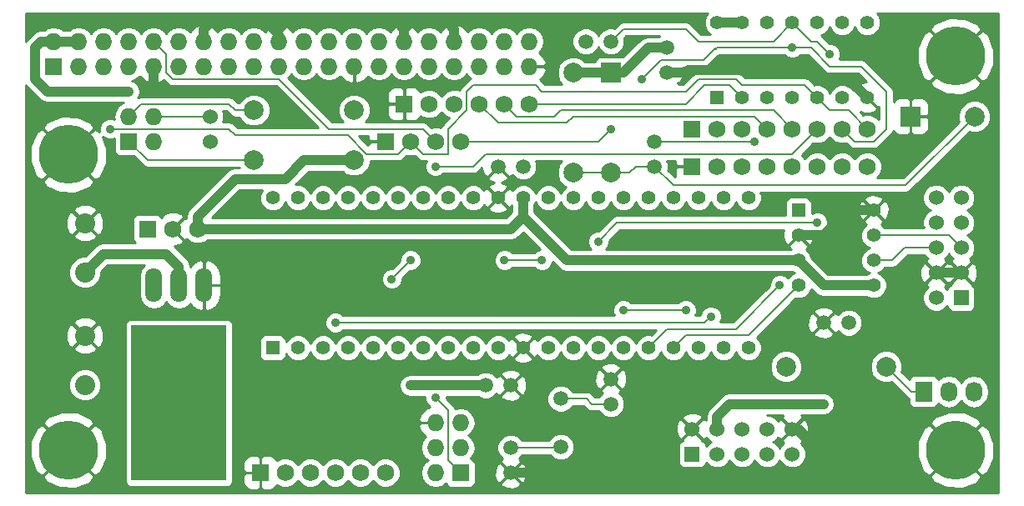
<source format=gbl>
%FSLAX34Y34*%
G04 Gerber Fmt 3.4, Leading zero omitted, Abs format*
G04 (created by PCBNEW (2014-jan-25)-product) date Sun 10 Aug 2014 05:09:58 PM PDT*
%MOIN*%
G01*
G70*
G90*
G04 APERTURE LIST*
%ADD10C,0.003937*%
%ADD11C,0.059100*%
%ADD12C,0.078700*%
%ADD13R,0.078700X0.078700*%
%ADD14C,0.060000*%
%ADD15C,0.236220*%
%ADD16R,0.068000X0.080000*%
%ADD17O,0.068000X0.080000*%
%ADD18R,0.068000X0.068000*%
%ADD19O,0.068000X0.068000*%
%ADD20O,0.066900X0.137800*%
%ADD21R,0.380000X0.620000*%
%ADD22R,0.055000X0.055000*%
%ADD23C,0.055000*%
%ADD24R,0.060000X0.060000*%
%ADD25C,0.080000*%
%ADD26C,0.068000*%
%ADD27C,0.035000*%
%ADD28C,0.008000*%
%ADD29C,0.040000*%
%ADD30C,0.010000*%
G04 APERTURE END LIST*
G54D10*
G54D11*
X59000Y-57000D03*
X59000Y-58000D03*
X63000Y-55250D03*
X63000Y-54250D03*
X59500Y-45750D03*
X58500Y-45750D03*
X58000Y-54500D03*
X59000Y-54500D03*
X72500Y-52000D03*
X71500Y-52000D03*
X64750Y-44750D03*
X64750Y-45750D03*
X65250Y-41000D03*
X65250Y-42000D03*
G54D12*
X63000Y-46000D03*
G54D13*
X63000Y-42000D03*
G54D14*
X47000Y-43750D03*
X47000Y-44750D03*
G54D15*
X41338Y-45275D03*
X76771Y-41338D03*
X41338Y-57086D03*
X76771Y-57086D03*
G54D16*
X75500Y-54750D03*
G54D17*
X76500Y-54750D03*
X77500Y-54750D03*
G54D18*
X43750Y-44750D03*
G54D19*
X43750Y-43750D03*
X44750Y-44750D03*
X44750Y-43750D03*
G54D18*
X57000Y-58000D03*
G54D19*
X56000Y-58000D03*
X57000Y-57000D03*
X56000Y-57000D03*
X57000Y-56000D03*
X56000Y-56000D03*
G54D20*
X45750Y-50500D03*
X46750Y-50500D03*
X44750Y-50500D03*
G54D21*
X45750Y-55200D03*
G54D12*
X70000Y-53750D03*
X74000Y-53750D03*
X61500Y-46000D03*
X61500Y-42000D03*
X48750Y-43500D03*
X52750Y-43500D03*
X48750Y-45500D03*
X52750Y-45500D03*
G54D22*
X67250Y-43000D03*
G54D23*
X68250Y-43000D03*
X69250Y-43000D03*
X70250Y-43000D03*
X71250Y-43000D03*
X72250Y-43000D03*
X73250Y-43000D03*
X73250Y-40000D03*
X72250Y-40000D03*
X71250Y-40000D03*
X70250Y-40000D03*
X69250Y-40000D03*
X68250Y-40000D03*
X67250Y-40000D03*
G54D22*
X70500Y-47500D03*
G54D23*
X70500Y-48500D03*
X70500Y-49500D03*
X70500Y-50500D03*
X73500Y-50500D03*
X73500Y-49500D03*
X73500Y-48500D03*
X73500Y-47500D03*
G54D11*
X61000Y-56961D03*
X61000Y-55039D03*
G54D13*
X74970Y-43750D03*
G54D12*
X77530Y-43750D03*
G54D24*
X66250Y-57250D03*
G54D14*
X66250Y-56250D03*
X67250Y-57250D03*
X67250Y-56250D03*
X68250Y-57250D03*
X68250Y-56250D03*
X69250Y-57250D03*
X69250Y-56250D03*
X70250Y-57250D03*
X70250Y-56250D03*
G54D22*
X49500Y-53000D03*
G54D23*
X50500Y-53000D03*
X51500Y-53000D03*
X52500Y-53000D03*
X53500Y-53000D03*
X54500Y-53000D03*
X55500Y-53000D03*
X56500Y-53000D03*
X57500Y-53000D03*
X58500Y-53000D03*
X59500Y-53000D03*
X60500Y-53000D03*
X61500Y-53000D03*
X62500Y-53000D03*
X63500Y-53000D03*
X64500Y-53000D03*
X65500Y-53000D03*
X66500Y-53000D03*
X67500Y-53000D03*
X68500Y-53000D03*
X68500Y-47000D03*
X67500Y-47000D03*
X66500Y-47000D03*
X65500Y-47000D03*
X64500Y-47000D03*
X63500Y-47000D03*
X62500Y-47000D03*
X61500Y-47000D03*
X60500Y-47000D03*
X59500Y-47000D03*
X58500Y-47000D03*
X57500Y-47000D03*
X56500Y-47000D03*
X55500Y-47000D03*
X54500Y-47000D03*
X53500Y-47000D03*
X52500Y-47000D03*
X51500Y-47000D03*
X50500Y-47000D03*
X49500Y-47000D03*
G54D11*
X62000Y-40750D03*
X63000Y-40750D03*
G54D25*
X42000Y-49984D03*
X42000Y-48015D03*
X42000Y-54484D03*
X42000Y-52515D03*
G54D24*
X77000Y-51000D03*
G54D14*
X76000Y-51000D03*
X77000Y-50000D03*
X76000Y-50000D03*
X77000Y-49000D03*
X76000Y-49000D03*
X77000Y-48000D03*
X76000Y-48000D03*
X77000Y-47000D03*
X76000Y-47000D03*
G54D18*
X54750Y-43250D03*
G54D26*
X55750Y-43250D03*
X56750Y-43250D03*
X57750Y-43250D03*
X58750Y-43250D03*
X59750Y-43250D03*
G54D18*
X49000Y-58000D03*
G54D26*
X50000Y-58000D03*
X51000Y-58000D03*
X52000Y-58000D03*
X53000Y-58000D03*
X54000Y-58000D03*
G54D18*
X44500Y-48250D03*
G54D26*
X45500Y-48250D03*
X46500Y-48250D03*
G54D18*
X40750Y-41750D03*
G54D19*
X40750Y-40750D03*
X41750Y-41750D03*
X41750Y-40750D03*
X42750Y-41750D03*
X42750Y-40750D03*
X43750Y-41750D03*
X43750Y-40750D03*
X44750Y-41750D03*
X44750Y-40750D03*
X45750Y-41750D03*
X45750Y-40750D03*
X46750Y-41750D03*
X46750Y-40750D03*
X47750Y-41750D03*
X47750Y-40750D03*
X48750Y-41750D03*
X48750Y-40750D03*
X49750Y-41750D03*
X49750Y-40750D03*
X50750Y-41750D03*
X50750Y-40750D03*
X51750Y-41750D03*
X51750Y-40750D03*
X52750Y-41750D03*
X52750Y-40750D03*
X53750Y-41750D03*
X53750Y-40750D03*
X54750Y-41750D03*
X54750Y-40750D03*
X55750Y-41750D03*
X55750Y-40750D03*
X56750Y-41750D03*
X56750Y-40750D03*
X57750Y-41750D03*
X57750Y-40750D03*
X58750Y-41750D03*
X58750Y-40750D03*
X59750Y-41750D03*
X59750Y-40750D03*
G54D18*
X54000Y-44750D03*
G54D26*
X55000Y-44750D03*
X56000Y-44750D03*
X57000Y-44750D03*
G54D18*
X66250Y-44250D03*
G54D26*
X67250Y-44250D03*
X68250Y-44250D03*
X69250Y-44250D03*
X70250Y-44250D03*
X71250Y-44250D03*
X72250Y-44250D03*
X73250Y-44250D03*
G54D18*
X66250Y-45750D03*
G54D26*
X67250Y-45750D03*
X68250Y-45750D03*
X69250Y-45750D03*
X70250Y-45750D03*
X71250Y-45750D03*
X72250Y-45750D03*
X73250Y-45750D03*
G54D27*
X46250Y-42750D03*
X60250Y-49500D03*
X58750Y-49500D03*
X43750Y-42750D03*
X55000Y-54500D03*
X71500Y-55250D03*
X56000Y-55000D03*
X63500Y-51500D03*
X66000Y-51500D03*
X69750Y-50500D03*
X62500Y-48750D03*
X71250Y-48000D03*
X43000Y-44250D03*
X55000Y-49500D03*
X54250Y-50250D03*
X56000Y-45750D03*
X63000Y-44250D03*
X64250Y-42250D03*
X70250Y-41000D03*
X68750Y-44750D03*
X71750Y-41250D03*
X52000Y-52000D03*
X67000Y-51750D03*
G54D28*
X59000Y-57000D02*
X60961Y-57000D01*
X60961Y-57000D02*
X61000Y-56961D01*
G54D29*
X44750Y-41750D02*
X44750Y-42600D01*
X44900Y-42750D02*
X46250Y-42750D01*
X44750Y-42600D02*
X44900Y-42750D01*
X65250Y-42000D02*
X66000Y-42000D01*
X72500Y-42250D02*
X73250Y-43000D01*
X71400Y-42250D02*
X72500Y-42250D01*
X71050Y-41900D02*
X71400Y-42250D01*
X66100Y-41900D02*
X71050Y-41900D01*
X66000Y-42000D02*
X66100Y-41900D01*
X54750Y-40250D02*
X55000Y-40000D01*
X56750Y-40250D02*
X56750Y-40750D01*
X56500Y-40000D02*
X56750Y-40250D01*
X55000Y-40000D02*
X56500Y-40000D01*
X49625Y-40375D02*
X50000Y-40000D01*
X54750Y-40250D02*
X54750Y-40750D01*
X54500Y-40000D02*
X54750Y-40250D01*
X50000Y-40000D02*
X54500Y-40000D01*
X46750Y-40750D02*
X46750Y-40250D01*
X49250Y-40000D02*
X49625Y-40375D01*
X49625Y-40375D02*
X49750Y-40500D01*
X47000Y-40000D02*
X49250Y-40000D01*
X46750Y-40250D02*
X47000Y-40000D01*
X49750Y-40500D02*
X49750Y-40750D01*
X59000Y-58000D02*
X70750Y-58000D01*
X71000Y-56750D02*
X70500Y-56250D01*
X71000Y-57750D02*
X71000Y-56750D01*
X70750Y-58000D02*
X71000Y-57750D01*
X70500Y-56250D02*
X70250Y-56250D01*
X76000Y-50000D02*
X77000Y-50000D01*
X70500Y-48500D02*
X71500Y-48500D01*
X72500Y-47500D02*
X73500Y-47500D01*
X71500Y-48500D02*
X72500Y-47500D01*
G54D28*
X63000Y-55250D02*
X62250Y-55250D01*
X62039Y-55039D02*
X61000Y-55039D01*
X62250Y-55250D02*
X62039Y-55039D01*
X64750Y-45750D02*
X65500Y-46500D01*
X74780Y-46500D02*
X77530Y-43750D01*
X65500Y-46500D02*
X74780Y-46500D01*
X63000Y-46000D02*
X63750Y-46000D01*
X64000Y-45750D02*
X64750Y-45750D01*
X63750Y-46000D02*
X64000Y-45750D01*
X58750Y-49500D02*
X60250Y-49500D01*
X61500Y-46000D02*
X63000Y-46000D01*
G54D29*
X46500Y-48250D02*
X46500Y-47750D01*
X50750Y-45500D02*
X52750Y-45500D01*
X50000Y-46250D02*
X50750Y-45500D01*
X48000Y-46250D02*
X50000Y-46250D01*
X46500Y-47750D02*
X48000Y-46250D01*
X40750Y-40750D02*
X41750Y-40750D01*
X40250Y-40750D02*
X40750Y-40750D01*
X40000Y-41000D02*
X40250Y-40750D01*
X40000Y-42250D02*
X40000Y-41000D01*
X40500Y-42750D02*
X40000Y-42250D01*
X43750Y-42750D02*
X40500Y-42750D01*
X59500Y-47750D02*
X61250Y-49500D01*
X61250Y-49500D02*
X70500Y-49500D01*
X46500Y-48250D02*
X59000Y-48250D01*
X59500Y-47750D02*
X59500Y-47000D01*
X59000Y-48250D02*
X59500Y-47750D01*
X55000Y-54500D02*
X58000Y-54500D01*
X67250Y-56250D02*
X67250Y-55750D01*
X67750Y-55250D02*
X71500Y-55250D01*
X67250Y-55750D02*
X67750Y-55250D01*
X73500Y-50500D02*
X71500Y-50500D01*
X71500Y-50500D02*
X70500Y-49500D01*
X67250Y-40000D02*
X68250Y-40000D01*
X63000Y-42000D02*
X63500Y-42000D01*
X64500Y-41000D02*
X65250Y-41000D01*
X63500Y-42000D02*
X64500Y-41000D01*
X61500Y-42000D02*
X63000Y-42000D01*
G54D28*
X44750Y-43750D02*
X47000Y-43750D01*
X75500Y-54750D02*
X75000Y-54750D01*
X75000Y-54750D02*
X74000Y-53750D01*
X48750Y-45500D02*
X44500Y-45500D01*
X44500Y-45500D02*
X43750Y-44750D01*
X48750Y-43500D02*
X48000Y-43500D01*
X44250Y-43250D02*
X43750Y-43750D01*
X47750Y-43250D02*
X44250Y-43250D01*
X48000Y-43500D02*
X47750Y-43250D01*
X56500Y-57500D02*
X57000Y-58000D01*
X56500Y-55500D02*
X56500Y-57500D01*
X56000Y-55000D02*
X56500Y-55500D01*
X66000Y-51500D02*
X63500Y-51500D01*
X64500Y-53000D02*
X65250Y-52250D01*
X68000Y-52250D02*
X69750Y-50500D01*
X65250Y-52250D02*
X68000Y-52250D01*
X65500Y-53000D02*
X66000Y-52500D01*
X68500Y-52500D02*
X70500Y-50500D01*
X66000Y-52500D02*
X68500Y-52500D01*
X63250Y-48000D02*
X62500Y-48750D01*
X71250Y-48000D02*
X63250Y-48000D01*
X60000Y-42500D02*
X57500Y-42500D01*
X56500Y-45000D02*
X56500Y-45250D01*
X56500Y-44250D02*
X56500Y-45000D01*
X57250Y-43500D02*
X56500Y-44250D01*
X57250Y-42750D02*
X57250Y-43500D01*
X57500Y-42500D02*
X57250Y-42750D01*
X71250Y-43000D02*
X70750Y-42500D01*
X55500Y-45250D02*
X55000Y-44750D01*
X56500Y-45250D02*
X55500Y-45250D01*
X60250Y-42750D02*
X60000Y-42500D01*
X66000Y-42750D02*
X60250Y-42750D01*
X66500Y-42250D02*
X66000Y-42750D01*
X68000Y-42250D02*
X66500Y-42250D01*
X68250Y-42500D02*
X68000Y-42250D01*
X70750Y-42500D02*
X68250Y-42500D01*
X53250Y-45250D02*
X52500Y-44500D01*
X54500Y-45250D02*
X53250Y-45250D01*
X55000Y-44750D02*
X54500Y-45250D01*
X52500Y-44500D02*
X48000Y-44500D01*
X48000Y-44500D02*
X47750Y-44250D01*
X47750Y-44250D02*
X43000Y-44250D01*
X71250Y-43000D02*
X71750Y-43500D01*
X72500Y-43500D02*
X73250Y-44250D01*
X71750Y-43500D02*
X72500Y-43500D01*
X55000Y-49500D02*
X54250Y-50250D01*
X71250Y-44250D02*
X70250Y-45250D01*
X57500Y-45750D02*
X56000Y-45750D01*
X58000Y-45250D02*
X57500Y-45750D01*
X61250Y-45250D02*
X58000Y-45250D01*
X70250Y-45250D02*
X61250Y-45250D01*
X56000Y-44750D02*
X55500Y-44250D01*
X55500Y-44250D02*
X51750Y-44250D01*
X51750Y-44250D02*
X49750Y-42250D01*
X49750Y-42250D02*
X45500Y-42250D01*
X45500Y-42250D02*
X45250Y-42000D01*
X45250Y-42000D02*
X45250Y-41250D01*
X45250Y-41250D02*
X44750Y-40750D01*
X64250Y-42250D02*
X65000Y-41500D01*
X67200Y-41000D02*
X67200Y-41050D01*
X66700Y-41500D02*
X67200Y-41000D01*
X65000Y-41500D02*
X66700Y-41500D01*
X70250Y-41000D02*
X67250Y-41000D01*
X67250Y-41000D02*
X67200Y-41050D01*
X62500Y-44750D02*
X57000Y-44750D01*
X63000Y-44250D02*
X62500Y-44750D01*
X72250Y-44250D02*
X72750Y-44750D01*
X71000Y-41000D02*
X70250Y-41000D01*
X71750Y-41750D02*
X71000Y-41000D01*
X73000Y-41750D02*
X71750Y-41750D01*
X74000Y-42750D02*
X73000Y-41750D01*
X74000Y-44250D02*
X74000Y-42750D01*
X73500Y-44750D02*
X74000Y-44250D01*
X72750Y-44750D02*
X73500Y-44750D01*
X73500Y-49500D02*
X74250Y-49500D01*
X74750Y-49000D02*
X76000Y-49000D01*
X74250Y-49500D02*
X74750Y-49000D01*
X73500Y-48500D02*
X76500Y-48500D01*
X76500Y-48500D02*
X77000Y-49000D01*
G54D29*
X45750Y-50500D02*
X45750Y-49750D01*
X42734Y-49250D02*
X42000Y-49984D01*
X45250Y-49250D02*
X42734Y-49250D01*
X45750Y-49750D02*
X45250Y-49250D01*
G54D28*
X64750Y-44750D02*
X68750Y-44750D01*
X71000Y-40750D02*
X70250Y-40000D01*
X71250Y-40750D02*
X71000Y-40750D01*
X71750Y-41250D02*
X71250Y-40750D01*
X63000Y-40750D02*
X63500Y-40250D01*
X69500Y-40750D02*
X70250Y-40000D01*
X66500Y-40750D02*
X69500Y-40750D01*
X66000Y-40250D02*
X66500Y-40750D01*
X63500Y-40250D02*
X66000Y-40250D01*
X66750Y-52000D02*
X52000Y-52000D01*
X67000Y-51750D02*
X66750Y-52000D01*
X59750Y-43250D02*
X66000Y-43250D01*
X66000Y-43250D02*
X66750Y-42500D01*
X68250Y-43000D02*
X67750Y-42500D01*
X67750Y-42500D02*
X66750Y-42500D01*
X57750Y-43250D02*
X58500Y-44000D01*
X68750Y-43750D02*
X69250Y-44250D01*
X61500Y-43750D02*
X68750Y-43750D01*
X61250Y-44000D02*
X61500Y-43750D01*
X58500Y-44000D02*
X61250Y-44000D01*
X70250Y-44250D02*
X69500Y-43500D01*
X59250Y-43750D02*
X58750Y-43250D01*
X60750Y-43750D02*
X59250Y-43750D01*
X61000Y-43500D02*
X60750Y-43750D01*
X69500Y-43500D02*
X61000Y-43500D01*
G54D30*
G36*
X47019Y-44755D02*
X47005Y-44769D01*
X47000Y-44764D01*
X46994Y-44769D01*
X46980Y-44755D01*
X46985Y-44750D01*
X46980Y-44744D01*
X46994Y-44730D01*
X47000Y-44735D01*
X47005Y-44730D01*
X47019Y-44744D01*
X47014Y-44750D01*
X47019Y-44755D01*
X47019Y-44755D01*
G37*
X47019Y-44755D02*
X47005Y-44769D01*
X47000Y-44764D01*
X46994Y-44769D01*
X46980Y-44755D01*
X46985Y-44750D01*
X46980Y-44744D01*
X46994Y-44730D01*
X47000Y-44735D01*
X47005Y-44730D01*
X47019Y-44744D01*
X47014Y-44750D01*
X47019Y-44755D01*
G36*
X51299Y-44210D02*
X48120Y-44210D01*
X47955Y-44044D01*
X47860Y-43982D01*
X47750Y-43960D01*
X47508Y-43960D01*
X47549Y-43859D01*
X47550Y-43641D01*
X47508Y-43540D01*
X47629Y-43540D01*
X47794Y-43705D01*
X47889Y-43767D01*
X47889Y-43767D01*
X48000Y-43790D01*
X48173Y-43790D01*
X48204Y-43864D01*
X48385Y-44045D01*
X48621Y-44143D01*
X48877Y-44143D01*
X49114Y-44045D01*
X49295Y-43864D01*
X49393Y-43628D01*
X49393Y-43372D01*
X49295Y-43135D01*
X49114Y-42954D01*
X48878Y-42856D01*
X48622Y-42856D01*
X48385Y-42954D01*
X48204Y-43135D01*
X48173Y-43210D01*
X48120Y-43210D01*
X47955Y-43044D01*
X47860Y-42982D01*
X47750Y-42960D01*
X44250Y-42960D01*
X44139Y-42982D01*
X44115Y-42998D01*
X44165Y-42922D01*
X44200Y-42750D01*
X44165Y-42577D01*
X44068Y-42431D01*
X43922Y-42334D01*
X43856Y-42321D01*
X43987Y-42295D01*
X44178Y-42167D01*
X44189Y-42150D01*
X44380Y-42333D01*
X44632Y-42429D01*
X44740Y-42352D01*
X44740Y-41760D01*
X44732Y-41760D01*
X44732Y-41740D01*
X44740Y-41740D01*
X44740Y-41732D01*
X44760Y-41732D01*
X44760Y-41740D01*
X44767Y-41740D01*
X44767Y-41760D01*
X44760Y-41760D01*
X44760Y-42352D01*
X44867Y-42429D01*
X45119Y-42333D01*
X45146Y-42306D01*
X45294Y-42455D01*
X45389Y-42517D01*
X45389Y-42517D01*
X45500Y-42540D01*
X49629Y-42540D01*
X51299Y-44210D01*
X51299Y-44210D01*
G37*
X51299Y-44210D02*
X48120Y-44210D01*
X47955Y-44044D01*
X47860Y-43982D01*
X47750Y-43960D01*
X47508Y-43960D01*
X47549Y-43859D01*
X47550Y-43641D01*
X47508Y-43540D01*
X47629Y-43540D01*
X47794Y-43705D01*
X47889Y-43767D01*
X47889Y-43767D01*
X48000Y-43790D01*
X48173Y-43790D01*
X48204Y-43864D01*
X48385Y-44045D01*
X48621Y-44143D01*
X48877Y-44143D01*
X49114Y-44045D01*
X49295Y-43864D01*
X49393Y-43628D01*
X49393Y-43372D01*
X49295Y-43135D01*
X49114Y-42954D01*
X48878Y-42856D01*
X48622Y-42856D01*
X48385Y-42954D01*
X48204Y-43135D01*
X48173Y-43210D01*
X48120Y-43210D01*
X47955Y-43044D01*
X47860Y-42982D01*
X47750Y-42960D01*
X44250Y-42960D01*
X44139Y-42982D01*
X44115Y-42998D01*
X44165Y-42922D01*
X44200Y-42750D01*
X44165Y-42577D01*
X44068Y-42431D01*
X43922Y-42334D01*
X43856Y-42321D01*
X43987Y-42295D01*
X44178Y-42167D01*
X44189Y-42150D01*
X44380Y-42333D01*
X44632Y-42429D01*
X44740Y-42352D01*
X44740Y-41760D01*
X44732Y-41760D01*
X44732Y-41740D01*
X44740Y-41740D01*
X44740Y-41732D01*
X44760Y-41732D01*
X44760Y-41740D01*
X44767Y-41740D01*
X44767Y-41760D01*
X44760Y-41760D01*
X44760Y-42352D01*
X44867Y-42429D01*
X45119Y-42333D01*
X45146Y-42306D01*
X45294Y-42455D01*
X45389Y-42517D01*
X45389Y-42517D01*
X45500Y-42540D01*
X49629Y-42540D01*
X51299Y-44210D01*
G36*
X54017Y-44760D02*
X54010Y-44760D01*
X54010Y-44767D01*
X53990Y-44767D01*
X53990Y-44760D01*
X53397Y-44760D01*
X53310Y-44847D01*
X53310Y-44899D01*
X52950Y-44540D01*
X53310Y-44540D01*
X53310Y-44652D01*
X53397Y-44740D01*
X53990Y-44740D01*
X53990Y-44732D01*
X54010Y-44732D01*
X54010Y-44740D01*
X54017Y-44740D01*
X54017Y-44760D01*
X54017Y-44760D01*
G37*
X54017Y-44760D02*
X54010Y-44760D01*
X54010Y-44767D01*
X53990Y-44767D01*
X53990Y-44760D01*
X53397Y-44760D01*
X53310Y-44847D01*
X53310Y-44899D01*
X52950Y-44540D01*
X53310Y-44540D01*
X53310Y-44652D01*
X53397Y-44740D01*
X53990Y-44740D01*
X53990Y-44732D01*
X54010Y-44732D01*
X54010Y-44740D01*
X54017Y-44740D01*
X54017Y-44760D01*
G36*
X57411Y-42227D02*
X57389Y-42232D01*
X57294Y-42294D01*
X57044Y-42544D01*
X56982Y-42639D01*
X56969Y-42702D01*
X56867Y-42660D01*
X56633Y-42659D01*
X56416Y-42749D01*
X56250Y-42915D01*
X56249Y-42915D01*
X56084Y-42750D01*
X55867Y-42660D01*
X55633Y-42659D01*
X55416Y-42749D01*
X55406Y-42759D01*
X55386Y-42711D01*
X55288Y-42613D01*
X55159Y-42560D01*
X54847Y-42560D01*
X54760Y-42647D01*
X54760Y-43240D01*
X54767Y-43240D01*
X54767Y-43260D01*
X54760Y-43260D01*
X54760Y-43852D01*
X54847Y-43940D01*
X55159Y-43940D01*
X55288Y-43886D01*
X55386Y-43788D01*
X55406Y-43740D01*
X55415Y-43749D01*
X55632Y-43839D01*
X55866Y-43840D01*
X56083Y-43750D01*
X56249Y-43584D01*
X56250Y-43584D01*
X56415Y-43749D01*
X56538Y-43801D01*
X56294Y-44044D01*
X56232Y-44139D01*
X56219Y-44202D01*
X56117Y-44160D01*
X55883Y-44159D01*
X55838Y-44178D01*
X55705Y-44044D01*
X55610Y-43982D01*
X55500Y-43960D01*
X54740Y-43960D01*
X54740Y-43852D01*
X54740Y-43260D01*
X54740Y-43240D01*
X54740Y-42647D01*
X54652Y-42560D01*
X54340Y-42560D01*
X54211Y-42613D01*
X54113Y-42711D01*
X54060Y-42840D01*
X54060Y-42979D01*
X54060Y-43152D01*
X54147Y-43240D01*
X54740Y-43240D01*
X54740Y-43260D01*
X54147Y-43260D01*
X54060Y-43347D01*
X54060Y-43520D01*
X54060Y-43659D01*
X54113Y-43788D01*
X54211Y-43886D01*
X54340Y-43940D01*
X54652Y-43940D01*
X54740Y-43852D01*
X54740Y-43960D01*
X53200Y-43960D01*
X53295Y-43864D01*
X53393Y-43628D01*
X53393Y-43372D01*
X53295Y-43135D01*
X53114Y-42954D01*
X52878Y-42856D01*
X52622Y-42856D01*
X52385Y-42954D01*
X52204Y-43135D01*
X52106Y-43371D01*
X52106Y-43627D01*
X52204Y-43864D01*
X52299Y-43960D01*
X51870Y-43960D01*
X50117Y-42207D01*
X50178Y-42167D01*
X50250Y-42060D01*
X50321Y-42167D01*
X50512Y-42295D01*
X50738Y-42340D01*
X50761Y-42340D01*
X50987Y-42295D01*
X51178Y-42167D01*
X51250Y-42060D01*
X51321Y-42167D01*
X51512Y-42295D01*
X51738Y-42340D01*
X51761Y-42340D01*
X51987Y-42295D01*
X52178Y-42167D01*
X52189Y-42150D01*
X52380Y-42333D01*
X52632Y-42429D01*
X52740Y-42352D01*
X52740Y-41760D01*
X52732Y-41760D01*
X52732Y-41740D01*
X52740Y-41740D01*
X52740Y-41732D01*
X52760Y-41732D01*
X52760Y-41740D01*
X52767Y-41740D01*
X52767Y-41760D01*
X52760Y-41760D01*
X52760Y-42352D01*
X52867Y-42429D01*
X53119Y-42333D01*
X53310Y-42150D01*
X53321Y-42167D01*
X53512Y-42295D01*
X53738Y-42340D01*
X53761Y-42340D01*
X53987Y-42295D01*
X54178Y-42167D01*
X54250Y-42060D01*
X54321Y-42167D01*
X54512Y-42295D01*
X54738Y-42340D01*
X54761Y-42340D01*
X54987Y-42295D01*
X55178Y-42167D01*
X55250Y-42060D01*
X55321Y-42167D01*
X55512Y-42295D01*
X55738Y-42340D01*
X55761Y-42340D01*
X55987Y-42295D01*
X56178Y-42167D01*
X56250Y-42060D01*
X56321Y-42167D01*
X56512Y-42295D01*
X56738Y-42340D01*
X56761Y-42340D01*
X56987Y-42295D01*
X57178Y-42167D01*
X57250Y-42060D01*
X57321Y-42167D01*
X57411Y-42227D01*
X57411Y-42227D01*
G37*
X57411Y-42227D02*
X57389Y-42232D01*
X57294Y-42294D01*
X57044Y-42544D01*
X56982Y-42639D01*
X56969Y-42702D01*
X56867Y-42660D01*
X56633Y-42659D01*
X56416Y-42749D01*
X56250Y-42915D01*
X56249Y-42915D01*
X56084Y-42750D01*
X55867Y-42660D01*
X55633Y-42659D01*
X55416Y-42749D01*
X55406Y-42759D01*
X55386Y-42711D01*
X55288Y-42613D01*
X55159Y-42560D01*
X54847Y-42560D01*
X54760Y-42647D01*
X54760Y-43240D01*
X54767Y-43240D01*
X54767Y-43260D01*
X54760Y-43260D01*
X54760Y-43852D01*
X54847Y-43940D01*
X55159Y-43940D01*
X55288Y-43886D01*
X55386Y-43788D01*
X55406Y-43740D01*
X55415Y-43749D01*
X55632Y-43839D01*
X55866Y-43840D01*
X56083Y-43750D01*
X56249Y-43584D01*
X56250Y-43584D01*
X56415Y-43749D01*
X56538Y-43801D01*
X56294Y-44044D01*
X56232Y-44139D01*
X56219Y-44202D01*
X56117Y-44160D01*
X55883Y-44159D01*
X55838Y-44178D01*
X55705Y-44044D01*
X55610Y-43982D01*
X55500Y-43960D01*
X54740Y-43960D01*
X54740Y-43852D01*
X54740Y-43260D01*
X54740Y-43240D01*
X54740Y-42647D01*
X54652Y-42560D01*
X54340Y-42560D01*
X54211Y-42613D01*
X54113Y-42711D01*
X54060Y-42840D01*
X54060Y-42979D01*
X54060Y-43152D01*
X54147Y-43240D01*
X54740Y-43240D01*
X54740Y-43260D01*
X54147Y-43260D01*
X54060Y-43347D01*
X54060Y-43520D01*
X54060Y-43659D01*
X54113Y-43788D01*
X54211Y-43886D01*
X54340Y-43940D01*
X54652Y-43940D01*
X54740Y-43852D01*
X54740Y-43960D01*
X53200Y-43960D01*
X53295Y-43864D01*
X53393Y-43628D01*
X53393Y-43372D01*
X53295Y-43135D01*
X53114Y-42954D01*
X52878Y-42856D01*
X52622Y-42856D01*
X52385Y-42954D01*
X52204Y-43135D01*
X52106Y-43371D01*
X52106Y-43627D01*
X52204Y-43864D01*
X52299Y-43960D01*
X51870Y-43960D01*
X50117Y-42207D01*
X50178Y-42167D01*
X50250Y-42060D01*
X50321Y-42167D01*
X50512Y-42295D01*
X50738Y-42340D01*
X50761Y-42340D01*
X50987Y-42295D01*
X51178Y-42167D01*
X51250Y-42060D01*
X51321Y-42167D01*
X51512Y-42295D01*
X51738Y-42340D01*
X51761Y-42340D01*
X51987Y-42295D01*
X52178Y-42167D01*
X52189Y-42150D01*
X52380Y-42333D01*
X52632Y-42429D01*
X52740Y-42352D01*
X52740Y-41760D01*
X52732Y-41760D01*
X52732Y-41740D01*
X52740Y-41740D01*
X52740Y-41732D01*
X52760Y-41732D01*
X52760Y-41740D01*
X52767Y-41740D01*
X52767Y-41760D01*
X52760Y-41760D01*
X52760Y-42352D01*
X52867Y-42429D01*
X53119Y-42333D01*
X53310Y-42150D01*
X53321Y-42167D01*
X53512Y-42295D01*
X53738Y-42340D01*
X53761Y-42340D01*
X53987Y-42295D01*
X54178Y-42167D01*
X54250Y-42060D01*
X54321Y-42167D01*
X54512Y-42295D01*
X54738Y-42340D01*
X54761Y-42340D01*
X54987Y-42295D01*
X55178Y-42167D01*
X55250Y-42060D01*
X55321Y-42167D01*
X55512Y-42295D01*
X55738Y-42340D01*
X55761Y-42340D01*
X55987Y-42295D01*
X56178Y-42167D01*
X56250Y-42060D01*
X56321Y-42167D01*
X56512Y-42295D01*
X56738Y-42340D01*
X56761Y-42340D01*
X56987Y-42295D01*
X57178Y-42167D01*
X57250Y-42060D01*
X57321Y-42167D01*
X57411Y-42227D01*
G36*
X61189Y-46567D02*
X61055Y-46702D01*
X60999Y-46835D01*
X60945Y-46703D01*
X60797Y-46555D01*
X60604Y-46475D01*
X60396Y-46474D01*
X60203Y-46554D01*
X60055Y-46702D01*
X59999Y-46835D01*
X59945Y-46703D01*
X59797Y-46555D01*
X59604Y-46475D01*
X59396Y-46474D01*
X59203Y-46554D01*
X59055Y-46702D01*
X59055Y-46702D01*
X59038Y-46658D01*
X59021Y-46633D01*
X58896Y-46618D01*
X58896Y-46160D01*
X58500Y-45764D01*
X58103Y-46160D01*
X58121Y-46288D01*
X58348Y-46388D01*
X58158Y-46461D01*
X58133Y-46478D01*
X58118Y-46604D01*
X58500Y-46985D01*
X58881Y-46604D01*
X58866Y-46478D01*
X58651Y-46383D01*
X58852Y-46305D01*
X58878Y-46288D01*
X58896Y-46160D01*
X58896Y-46618D01*
X58895Y-46618D01*
X58514Y-47000D01*
X58895Y-47381D01*
X59021Y-47366D01*
X59050Y-47301D01*
X59050Y-47563D01*
X58881Y-47732D01*
X58881Y-47395D01*
X58500Y-47014D01*
X58118Y-47395D01*
X58133Y-47521D01*
X58360Y-47621D01*
X58609Y-47627D01*
X58841Y-47538D01*
X58866Y-47521D01*
X58881Y-47395D01*
X58881Y-47732D01*
X58813Y-47800D01*
X47086Y-47800D01*
X48186Y-46700D01*
X49057Y-46700D01*
X49055Y-46702D01*
X48975Y-46895D01*
X48974Y-47103D01*
X49054Y-47297D01*
X49202Y-47444D01*
X49395Y-47524D01*
X49603Y-47525D01*
X49797Y-47445D01*
X49944Y-47297D01*
X50000Y-47164D01*
X50054Y-47297D01*
X50202Y-47444D01*
X50395Y-47524D01*
X50603Y-47525D01*
X50797Y-47445D01*
X50944Y-47297D01*
X51000Y-47164D01*
X51054Y-47297D01*
X51202Y-47444D01*
X51395Y-47524D01*
X51603Y-47525D01*
X51797Y-47445D01*
X51944Y-47297D01*
X52000Y-47164D01*
X52054Y-47297D01*
X52202Y-47444D01*
X52395Y-47524D01*
X52603Y-47525D01*
X52797Y-47445D01*
X52944Y-47297D01*
X53000Y-47164D01*
X53054Y-47297D01*
X53202Y-47444D01*
X53395Y-47524D01*
X53603Y-47525D01*
X53797Y-47445D01*
X53944Y-47297D01*
X54000Y-47164D01*
X54054Y-47297D01*
X54202Y-47444D01*
X54395Y-47524D01*
X54603Y-47525D01*
X54797Y-47445D01*
X54944Y-47297D01*
X55000Y-47164D01*
X55054Y-47297D01*
X55202Y-47444D01*
X55395Y-47524D01*
X55603Y-47525D01*
X55797Y-47445D01*
X55944Y-47297D01*
X56000Y-47164D01*
X56054Y-47297D01*
X56202Y-47444D01*
X56395Y-47524D01*
X56603Y-47525D01*
X56797Y-47445D01*
X56944Y-47297D01*
X57000Y-47164D01*
X57054Y-47297D01*
X57202Y-47444D01*
X57395Y-47524D01*
X57603Y-47525D01*
X57797Y-47445D01*
X57944Y-47297D01*
X57944Y-47297D01*
X57961Y-47341D01*
X57978Y-47366D01*
X58104Y-47381D01*
X58485Y-47000D01*
X58104Y-46618D01*
X57978Y-46633D01*
X57946Y-46706D01*
X57945Y-46703D01*
X57797Y-46555D01*
X57604Y-46475D01*
X57396Y-46474D01*
X57203Y-46554D01*
X57055Y-46702D01*
X56999Y-46835D01*
X56945Y-46703D01*
X56797Y-46555D01*
X56604Y-46475D01*
X56396Y-46474D01*
X56203Y-46554D01*
X56055Y-46702D01*
X55999Y-46835D01*
X55945Y-46703D01*
X55797Y-46555D01*
X55604Y-46475D01*
X55396Y-46474D01*
X55203Y-46554D01*
X55055Y-46702D01*
X54999Y-46835D01*
X54945Y-46703D01*
X54797Y-46555D01*
X54604Y-46475D01*
X54396Y-46474D01*
X54203Y-46554D01*
X54055Y-46702D01*
X53999Y-46835D01*
X53945Y-46703D01*
X53797Y-46555D01*
X53604Y-46475D01*
X53396Y-46474D01*
X53203Y-46554D01*
X53055Y-46702D01*
X52999Y-46835D01*
X52945Y-46703D01*
X52797Y-46555D01*
X52604Y-46475D01*
X52396Y-46474D01*
X52203Y-46554D01*
X52055Y-46702D01*
X51999Y-46835D01*
X51945Y-46703D01*
X51797Y-46555D01*
X51604Y-46475D01*
X51396Y-46474D01*
X51203Y-46554D01*
X51055Y-46702D01*
X50999Y-46835D01*
X50945Y-46703D01*
X50797Y-46555D01*
X50604Y-46475D01*
X50411Y-46474D01*
X50936Y-45950D01*
X52289Y-45950D01*
X52385Y-46045D01*
X52621Y-46143D01*
X52877Y-46143D01*
X53114Y-46045D01*
X53295Y-45864D01*
X53393Y-45628D01*
X53393Y-45540D01*
X54500Y-45540D01*
X54610Y-45517D01*
X54705Y-45455D01*
X54838Y-45321D01*
X54882Y-45339D01*
X55116Y-45340D01*
X55161Y-45321D01*
X55294Y-45455D01*
X55389Y-45517D01*
X55500Y-45540D01*
X55627Y-45540D01*
X55575Y-45665D01*
X55574Y-45834D01*
X55639Y-45990D01*
X55758Y-46110D01*
X55915Y-46174D01*
X56084Y-46175D01*
X56240Y-46110D01*
X56311Y-46040D01*
X57500Y-46040D01*
X57610Y-46017D01*
X57705Y-45955D01*
X57852Y-45807D01*
X57851Y-45862D01*
X57944Y-46102D01*
X57961Y-46128D01*
X58089Y-46146D01*
X58485Y-45750D01*
X58480Y-45744D01*
X58494Y-45730D01*
X58500Y-45735D01*
X58505Y-45730D01*
X58519Y-45744D01*
X58514Y-45750D01*
X58910Y-46146D01*
X59038Y-46128D01*
X59059Y-46080D01*
X59190Y-46212D01*
X59391Y-46295D01*
X59608Y-46295D01*
X59808Y-46212D01*
X59962Y-46059D01*
X60045Y-45858D01*
X60045Y-45641D01*
X60003Y-45540D01*
X61049Y-45540D01*
X60954Y-45635D01*
X60856Y-45871D01*
X60856Y-46127D01*
X60954Y-46364D01*
X61135Y-46545D01*
X61189Y-46567D01*
X61189Y-46567D01*
G37*
X61189Y-46567D02*
X61055Y-46702D01*
X60999Y-46835D01*
X60945Y-46703D01*
X60797Y-46555D01*
X60604Y-46475D01*
X60396Y-46474D01*
X60203Y-46554D01*
X60055Y-46702D01*
X59999Y-46835D01*
X59945Y-46703D01*
X59797Y-46555D01*
X59604Y-46475D01*
X59396Y-46474D01*
X59203Y-46554D01*
X59055Y-46702D01*
X59055Y-46702D01*
X59038Y-46658D01*
X59021Y-46633D01*
X58896Y-46618D01*
X58896Y-46160D01*
X58500Y-45764D01*
X58103Y-46160D01*
X58121Y-46288D01*
X58348Y-46388D01*
X58158Y-46461D01*
X58133Y-46478D01*
X58118Y-46604D01*
X58500Y-46985D01*
X58881Y-46604D01*
X58866Y-46478D01*
X58651Y-46383D01*
X58852Y-46305D01*
X58878Y-46288D01*
X58896Y-46160D01*
X58896Y-46618D01*
X58895Y-46618D01*
X58514Y-47000D01*
X58895Y-47381D01*
X59021Y-47366D01*
X59050Y-47301D01*
X59050Y-47563D01*
X58881Y-47732D01*
X58881Y-47395D01*
X58500Y-47014D01*
X58118Y-47395D01*
X58133Y-47521D01*
X58360Y-47621D01*
X58609Y-47627D01*
X58841Y-47538D01*
X58866Y-47521D01*
X58881Y-47395D01*
X58881Y-47732D01*
X58813Y-47800D01*
X47086Y-47800D01*
X48186Y-46700D01*
X49057Y-46700D01*
X49055Y-46702D01*
X48975Y-46895D01*
X48974Y-47103D01*
X49054Y-47297D01*
X49202Y-47444D01*
X49395Y-47524D01*
X49603Y-47525D01*
X49797Y-47445D01*
X49944Y-47297D01*
X50000Y-47164D01*
X50054Y-47297D01*
X50202Y-47444D01*
X50395Y-47524D01*
X50603Y-47525D01*
X50797Y-47445D01*
X50944Y-47297D01*
X51000Y-47164D01*
X51054Y-47297D01*
X51202Y-47444D01*
X51395Y-47524D01*
X51603Y-47525D01*
X51797Y-47445D01*
X51944Y-47297D01*
X52000Y-47164D01*
X52054Y-47297D01*
X52202Y-47444D01*
X52395Y-47524D01*
X52603Y-47525D01*
X52797Y-47445D01*
X52944Y-47297D01*
X53000Y-47164D01*
X53054Y-47297D01*
X53202Y-47444D01*
X53395Y-47524D01*
X53603Y-47525D01*
X53797Y-47445D01*
X53944Y-47297D01*
X54000Y-47164D01*
X54054Y-47297D01*
X54202Y-47444D01*
X54395Y-47524D01*
X54603Y-47525D01*
X54797Y-47445D01*
X54944Y-47297D01*
X55000Y-47164D01*
X55054Y-47297D01*
X55202Y-47444D01*
X55395Y-47524D01*
X55603Y-47525D01*
X55797Y-47445D01*
X55944Y-47297D01*
X56000Y-47164D01*
X56054Y-47297D01*
X56202Y-47444D01*
X56395Y-47524D01*
X56603Y-47525D01*
X56797Y-47445D01*
X56944Y-47297D01*
X57000Y-47164D01*
X57054Y-47297D01*
X57202Y-47444D01*
X57395Y-47524D01*
X57603Y-47525D01*
X57797Y-47445D01*
X57944Y-47297D01*
X57944Y-47297D01*
X57961Y-47341D01*
X57978Y-47366D01*
X58104Y-47381D01*
X58485Y-47000D01*
X58104Y-46618D01*
X57978Y-46633D01*
X57946Y-46706D01*
X57945Y-46703D01*
X57797Y-46555D01*
X57604Y-46475D01*
X57396Y-46474D01*
X57203Y-46554D01*
X57055Y-46702D01*
X56999Y-46835D01*
X56945Y-46703D01*
X56797Y-46555D01*
X56604Y-46475D01*
X56396Y-46474D01*
X56203Y-46554D01*
X56055Y-46702D01*
X55999Y-46835D01*
X55945Y-46703D01*
X55797Y-46555D01*
X55604Y-46475D01*
X55396Y-46474D01*
X55203Y-46554D01*
X55055Y-46702D01*
X54999Y-46835D01*
X54945Y-46703D01*
X54797Y-46555D01*
X54604Y-46475D01*
X54396Y-46474D01*
X54203Y-46554D01*
X54055Y-46702D01*
X53999Y-46835D01*
X53945Y-46703D01*
X53797Y-46555D01*
X53604Y-46475D01*
X53396Y-46474D01*
X53203Y-46554D01*
X53055Y-46702D01*
X52999Y-46835D01*
X52945Y-46703D01*
X52797Y-46555D01*
X52604Y-46475D01*
X52396Y-46474D01*
X52203Y-46554D01*
X52055Y-46702D01*
X51999Y-46835D01*
X51945Y-46703D01*
X51797Y-46555D01*
X51604Y-46475D01*
X51396Y-46474D01*
X51203Y-46554D01*
X51055Y-46702D01*
X50999Y-46835D01*
X50945Y-46703D01*
X50797Y-46555D01*
X50604Y-46475D01*
X50411Y-46474D01*
X50936Y-45950D01*
X52289Y-45950D01*
X52385Y-46045D01*
X52621Y-46143D01*
X52877Y-46143D01*
X53114Y-46045D01*
X53295Y-45864D01*
X53393Y-45628D01*
X53393Y-45540D01*
X54500Y-45540D01*
X54610Y-45517D01*
X54705Y-45455D01*
X54838Y-45321D01*
X54882Y-45339D01*
X55116Y-45340D01*
X55161Y-45321D01*
X55294Y-45455D01*
X55389Y-45517D01*
X55500Y-45540D01*
X55627Y-45540D01*
X55575Y-45665D01*
X55574Y-45834D01*
X55639Y-45990D01*
X55758Y-46110D01*
X55915Y-46174D01*
X56084Y-46175D01*
X56240Y-46110D01*
X56311Y-46040D01*
X57500Y-46040D01*
X57610Y-46017D01*
X57705Y-45955D01*
X57852Y-45807D01*
X57851Y-45862D01*
X57944Y-46102D01*
X57961Y-46128D01*
X58089Y-46146D01*
X58485Y-45750D01*
X58480Y-45744D01*
X58494Y-45730D01*
X58500Y-45735D01*
X58505Y-45730D01*
X58519Y-45744D01*
X58514Y-45750D01*
X58910Y-46146D01*
X59038Y-46128D01*
X59059Y-46080D01*
X59190Y-46212D01*
X59391Y-46295D01*
X59608Y-46295D01*
X59808Y-46212D01*
X59962Y-46059D01*
X60045Y-45858D01*
X60045Y-45641D01*
X60003Y-45540D01*
X61049Y-45540D01*
X60954Y-45635D01*
X60856Y-45871D01*
X60856Y-46127D01*
X60954Y-46364D01*
X61135Y-46545D01*
X61189Y-46567D01*
G36*
X65269Y-42005D02*
X65255Y-42019D01*
X65250Y-42014D01*
X65244Y-42019D01*
X65230Y-42005D01*
X65235Y-42000D01*
X65230Y-41994D01*
X65244Y-41980D01*
X65250Y-41985D01*
X65255Y-41980D01*
X65269Y-41994D01*
X65264Y-42000D01*
X65269Y-42005D01*
X65269Y-42005D01*
G37*
X65269Y-42005D02*
X65255Y-42019D01*
X65250Y-42014D01*
X65244Y-42019D01*
X65230Y-42005D01*
X65235Y-42000D01*
X65230Y-41994D01*
X65244Y-41980D01*
X65250Y-41985D01*
X65255Y-41980D01*
X65269Y-41994D01*
X65264Y-42000D01*
X65269Y-42005D01*
G36*
X66267Y-45760D02*
X66260Y-45760D01*
X66260Y-45767D01*
X66240Y-45767D01*
X66240Y-45760D01*
X65647Y-45760D01*
X65560Y-45847D01*
X65560Y-46020D01*
X65560Y-46149D01*
X65287Y-45877D01*
X65295Y-45858D01*
X65295Y-45641D01*
X65253Y-45540D01*
X65560Y-45540D01*
X65560Y-45652D01*
X65647Y-45740D01*
X66240Y-45740D01*
X66240Y-45732D01*
X66260Y-45732D01*
X66260Y-45740D01*
X66267Y-45740D01*
X66267Y-45760D01*
X66267Y-45760D01*
G37*
X66267Y-45760D02*
X66260Y-45760D01*
X66260Y-45767D01*
X66240Y-45767D01*
X66240Y-45760D01*
X65647Y-45760D01*
X65560Y-45847D01*
X65560Y-46020D01*
X65560Y-46149D01*
X65287Y-45877D01*
X65295Y-45858D01*
X65295Y-45641D01*
X65253Y-45540D01*
X65560Y-45540D01*
X65560Y-45652D01*
X65647Y-45740D01*
X66240Y-45740D01*
X66240Y-45732D01*
X66260Y-45732D01*
X66260Y-45740D01*
X66267Y-45740D01*
X66267Y-45760D01*
G36*
X66988Y-40460D02*
X66620Y-40460D01*
X66205Y-40044D01*
X66110Y-39982D01*
X66000Y-39960D01*
X63500Y-39960D01*
X63389Y-39982D01*
X63294Y-40044D01*
X63127Y-40212D01*
X63108Y-40204D01*
X62891Y-40204D01*
X62691Y-40287D01*
X62537Y-40440D01*
X62500Y-40531D01*
X62462Y-40441D01*
X62309Y-40287D01*
X62108Y-40204D01*
X61891Y-40204D01*
X61691Y-40287D01*
X61537Y-40440D01*
X61454Y-40641D01*
X61454Y-40858D01*
X61537Y-41058D01*
X61690Y-41212D01*
X61891Y-41295D01*
X62108Y-41295D01*
X62308Y-41212D01*
X62462Y-41059D01*
X62499Y-40968D01*
X62537Y-41058D01*
X62690Y-41212D01*
X62891Y-41295D01*
X63108Y-41295D01*
X63308Y-41212D01*
X63462Y-41059D01*
X63545Y-40858D01*
X63545Y-40641D01*
X63537Y-40622D01*
X63620Y-40540D01*
X64938Y-40540D01*
X64928Y-40550D01*
X64500Y-40550D01*
X64327Y-40584D01*
X64181Y-40681D01*
X63488Y-41375D01*
X63443Y-41356D01*
X63343Y-41356D01*
X62556Y-41356D01*
X62464Y-41394D01*
X62394Y-41464D01*
X62359Y-41550D01*
X61960Y-41550D01*
X61864Y-41454D01*
X61628Y-41356D01*
X61372Y-41356D01*
X61135Y-41454D01*
X60954Y-41635D01*
X60856Y-41871D01*
X60856Y-42127D01*
X60954Y-42364D01*
X61049Y-42460D01*
X60370Y-42460D01*
X60205Y-42294D01*
X60178Y-42276D01*
X60314Y-42147D01*
X60423Y-41901D01*
X60429Y-41867D01*
X60352Y-41760D01*
X59760Y-41760D01*
X59760Y-41767D01*
X59740Y-41767D01*
X59740Y-41760D01*
X59732Y-41760D01*
X59732Y-41740D01*
X59740Y-41740D01*
X59740Y-41732D01*
X59760Y-41732D01*
X59760Y-41740D01*
X60352Y-41740D01*
X60429Y-41632D01*
X60423Y-41598D01*
X60314Y-41352D01*
X60143Y-41190D01*
X60178Y-41167D01*
X60306Y-40975D01*
X60351Y-40750D01*
X60306Y-40524D01*
X60178Y-40332D01*
X59987Y-40204D01*
X59761Y-40160D01*
X59738Y-40160D01*
X59512Y-40204D01*
X59321Y-40332D01*
X59250Y-40439D01*
X59178Y-40332D01*
X58987Y-40204D01*
X58761Y-40160D01*
X58738Y-40160D01*
X58512Y-40204D01*
X58321Y-40332D01*
X58250Y-40439D01*
X58178Y-40332D01*
X57987Y-40204D01*
X57761Y-40160D01*
X57738Y-40160D01*
X57512Y-40204D01*
X57321Y-40332D01*
X57310Y-40349D01*
X57119Y-40166D01*
X56867Y-40070D01*
X56760Y-40147D01*
X56760Y-40740D01*
X56767Y-40740D01*
X56767Y-40760D01*
X56760Y-40760D01*
X56760Y-40767D01*
X56740Y-40767D01*
X56740Y-40760D01*
X56732Y-40760D01*
X56732Y-40740D01*
X56740Y-40740D01*
X56740Y-40147D01*
X56632Y-40070D01*
X56380Y-40166D01*
X56189Y-40349D01*
X56178Y-40332D01*
X55987Y-40204D01*
X55761Y-40160D01*
X55738Y-40160D01*
X55512Y-40204D01*
X55321Y-40332D01*
X55310Y-40349D01*
X55119Y-40166D01*
X54867Y-40070D01*
X54760Y-40147D01*
X54760Y-40740D01*
X54767Y-40740D01*
X54767Y-40760D01*
X54760Y-40760D01*
X54760Y-40767D01*
X54740Y-40767D01*
X54740Y-40760D01*
X54732Y-40760D01*
X54732Y-40740D01*
X54740Y-40740D01*
X54740Y-40147D01*
X54632Y-40070D01*
X54380Y-40166D01*
X54189Y-40349D01*
X54178Y-40332D01*
X53987Y-40204D01*
X53761Y-40160D01*
X53738Y-40160D01*
X53512Y-40204D01*
X53321Y-40332D01*
X53250Y-40439D01*
X53178Y-40332D01*
X52987Y-40204D01*
X52761Y-40160D01*
X52738Y-40160D01*
X52512Y-40204D01*
X52321Y-40332D01*
X52250Y-40439D01*
X52178Y-40332D01*
X51987Y-40204D01*
X51761Y-40160D01*
X51738Y-40160D01*
X51512Y-40204D01*
X51321Y-40332D01*
X51250Y-40439D01*
X51178Y-40332D01*
X50987Y-40204D01*
X50761Y-40160D01*
X50738Y-40160D01*
X50512Y-40204D01*
X50321Y-40332D01*
X50310Y-40349D01*
X50119Y-40166D01*
X49867Y-40070D01*
X49760Y-40147D01*
X49760Y-40740D01*
X49767Y-40740D01*
X49767Y-40760D01*
X49760Y-40760D01*
X49760Y-40767D01*
X49740Y-40767D01*
X49740Y-40760D01*
X49732Y-40760D01*
X49732Y-40740D01*
X49740Y-40740D01*
X49740Y-40147D01*
X49632Y-40070D01*
X49380Y-40166D01*
X49189Y-40349D01*
X49178Y-40332D01*
X48987Y-40204D01*
X48761Y-40160D01*
X48738Y-40160D01*
X48512Y-40204D01*
X48321Y-40332D01*
X48250Y-40439D01*
X48178Y-40332D01*
X47987Y-40204D01*
X47761Y-40160D01*
X47738Y-40160D01*
X47512Y-40204D01*
X47321Y-40332D01*
X47310Y-40349D01*
X47119Y-40166D01*
X46867Y-40070D01*
X46760Y-40147D01*
X46760Y-40740D01*
X46767Y-40740D01*
X46767Y-40760D01*
X46760Y-40760D01*
X46760Y-40767D01*
X46740Y-40767D01*
X46740Y-40760D01*
X46732Y-40760D01*
X46732Y-40740D01*
X46740Y-40740D01*
X46740Y-40147D01*
X46632Y-40070D01*
X46380Y-40166D01*
X46189Y-40349D01*
X46178Y-40332D01*
X45987Y-40204D01*
X45761Y-40160D01*
X45738Y-40160D01*
X45512Y-40204D01*
X45321Y-40332D01*
X45250Y-40439D01*
X45178Y-40332D01*
X44987Y-40204D01*
X44761Y-40160D01*
X44738Y-40160D01*
X44512Y-40204D01*
X44321Y-40332D01*
X44250Y-40439D01*
X44178Y-40332D01*
X43987Y-40204D01*
X43761Y-40160D01*
X43738Y-40160D01*
X43512Y-40204D01*
X43321Y-40332D01*
X43250Y-40439D01*
X43178Y-40332D01*
X42987Y-40204D01*
X42761Y-40160D01*
X42738Y-40160D01*
X42512Y-40204D01*
X42321Y-40332D01*
X42250Y-40439D01*
X42178Y-40332D01*
X41987Y-40204D01*
X41761Y-40160D01*
X41738Y-40160D01*
X41512Y-40204D01*
X41370Y-40300D01*
X41129Y-40300D01*
X40987Y-40204D01*
X40761Y-40160D01*
X40738Y-40160D01*
X40512Y-40204D01*
X40370Y-40300D01*
X40250Y-40300D01*
X40077Y-40334D01*
X39931Y-40431D01*
X39681Y-40681D01*
X39629Y-40759D01*
X39629Y-39629D01*
X66877Y-39629D01*
X66805Y-39702D01*
X66725Y-39895D01*
X66724Y-40103D01*
X66804Y-40297D01*
X66952Y-40444D01*
X66988Y-40460D01*
X66988Y-40460D01*
G37*
X66988Y-40460D02*
X66620Y-40460D01*
X66205Y-40044D01*
X66110Y-39982D01*
X66000Y-39960D01*
X63500Y-39960D01*
X63389Y-39982D01*
X63294Y-40044D01*
X63127Y-40212D01*
X63108Y-40204D01*
X62891Y-40204D01*
X62691Y-40287D01*
X62537Y-40440D01*
X62500Y-40531D01*
X62462Y-40441D01*
X62309Y-40287D01*
X62108Y-40204D01*
X61891Y-40204D01*
X61691Y-40287D01*
X61537Y-40440D01*
X61454Y-40641D01*
X61454Y-40858D01*
X61537Y-41058D01*
X61690Y-41212D01*
X61891Y-41295D01*
X62108Y-41295D01*
X62308Y-41212D01*
X62462Y-41059D01*
X62499Y-40968D01*
X62537Y-41058D01*
X62690Y-41212D01*
X62891Y-41295D01*
X63108Y-41295D01*
X63308Y-41212D01*
X63462Y-41059D01*
X63545Y-40858D01*
X63545Y-40641D01*
X63537Y-40622D01*
X63620Y-40540D01*
X64938Y-40540D01*
X64928Y-40550D01*
X64500Y-40550D01*
X64327Y-40584D01*
X64181Y-40681D01*
X63488Y-41375D01*
X63443Y-41356D01*
X63343Y-41356D01*
X62556Y-41356D01*
X62464Y-41394D01*
X62394Y-41464D01*
X62359Y-41550D01*
X61960Y-41550D01*
X61864Y-41454D01*
X61628Y-41356D01*
X61372Y-41356D01*
X61135Y-41454D01*
X60954Y-41635D01*
X60856Y-41871D01*
X60856Y-42127D01*
X60954Y-42364D01*
X61049Y-42460D01*
X60370Y-42460D01*
X60205Y-42294D01*
X60178Y-42276D01*
X60314Y-42147D01*
X60423Y-41901D01*
X60429Y-41867D01*
X60352Y-41760D01*
X59760Y-41760D01*
X59760Y-41767D01*
X59740Y-41767D01*
X59740Y-41760D01*
X59732Y-41760D01*
X59732Y-41740D01*
X59740Y-41740D01*
X59740Y-41732D01*
X59760Y-41732D01*
X59760Y-41740D01*
X60352Y-41740D01*
X60429Y-41632D01*
X60423Y-41598D01*
X60314Y-41352D01*
X60143Y-41190D01*
X60178Y-41167D01*
X60306Y-40975D01*
X60351Y-40750D01*
X60306Y-40524D01*
X60178Y-40332D01*
X59987Y-40204D01*
X59761Y-40160D01*
X59738Y-40160D01*
X59512Y-40204D01*
X59321Y-40332D01*
X59250Y-40439D01*
X59178Y-40332D01*
X58987Y-40204D01*
X58761Y-40160D01*
X58738Y-40160D01*
X58512Y-40204D01*
X58321Y-40332D01*
X58250Y-40439D01*
X58178Y-40332D01*
X57987Y-40204D01*
X57761Y-40160D01*
X57738Y-40160D01*
X57512Y-40204D01*
X57321Y-40332D01*
X57310Y-40349D01*
X57119Y-40166D01*
X56867Y-40070D01*
X56760Y-40147D01*
X56760Y-40740D01*
X56767Y-40740D01*
X56767Y-40760D01*
X56760Y-40760D01*
X56760Y-40767D01*
X56740Y-40767D01*
X56740Y-40760D01*
X56732Y-40760D01*
X56732Y-40740D01*
X56740Y-40740D01*
X56740Y-40147D01*
X56632Y-40070D01*
X56380Y-40166D01*
X56189Y-40349D01*
X56178Y-40332D01*
X55987Y-40204D01*
X55761Y-40160D01*
X55738Y-40160D01*
X55512Y-40204D01*
X55321Y-40332D01*
X55310Y-40349D01*
X55119Y-40166D01*
X54867Y-40070D01*
X54760Y-40147D01*
X54760Y-40740D01*
X54767Y-40740D01*
X54767Y-40760D01*
X54760Y-40760D01*
X54760Y-40767D01*
X54740Y-40767D01*
X54740Y-40760D01*
X54732Y-40760D01*
X54732Y-40740D01*
X54740Y-40740D01*
X54740Y-40147D01*
X54632Y-40070D01*
X54380Y-40166D01*
X54189Y-40349D01*
X54178Y-40332D01*
X53987Y-40204D01*
X53761Y-40160D01*
X53738Y-40160D01*
X53512Y-40204D01*
X53321Y-40332D01*
X53250Y-40439D01*
X53178Y-40332D01*
X52987Y-40204D01*
X52761Y-40160D01*
X52738Y-40160D01*
X52512Y-40204D01*
X52321Y-40332D01*
X52250Y-40439D01*
X52178Y-40332D01*
X51987Y-40204D01*
X51761Y-40160D01*
X51738Y-40160D01*
X51512Y-40204D01*
X51321Y-40332D01*
X51250Y-40439D01*
X51178Y-40332D01*
X50987Y-40204D01*
X50761Y-40160D01*
X50738Y-40160D01*
X50512Y-40204D01*
X50321Y-40332D01*
X50310Y-40349D01*
X50119Y-40166D01*
X49867Y-40070D01*
X49760Y-40147D01*
X49760Y-40740D01*
X49767Y-40740D01*
X49767Y-40760D01*
X49760Y-40760D01*
X49760Y-40767D01*
X49740Y-40767D01*
X49740Y-40760D01*
X49732Y-40760D01*
X49732Y-40740D01*
X49740Y-40740D01*
X49740Y-40147D01*
X49632Y-40070D01*
X49380Y-40166D01*
X49189Y-40349D01*
X49178Y-40332D01*
X48987Y-40204D01*
X48761Y-40160D01*
X48738Y-40160D01*
X48512Y-40204D01*
X48321Y-40332D01*
X48250Y-40439D01*
X48178Y-40332D01*
X47987Y-40204D01*
X47761Y-40160D01*
X47738Y-40160D01*
X47512Y-40204D01*
X47321Y-40332D01*
X47310Y-40349D01*
X47119Y-40166D01*
X46867Y-40070D01*
X46760Y-40147D01*
X46760Y-40740D01*
X46767Y-40740D01*
X46767Y-40760D01*
X46760Y-40760D01*
X46760Y-40767D01*
X46740Y-40767D01*
X46740Y-40760D01*
X46732Y-40760D01*
X46732Y-40740D01*
X46740Y-40740D01*
X46740Y-40147D01*
X46632Y-40070D01*
X46380Y-40166D01*
X46189Y-40349D01*
X46178Y-40332D01*
X45987Y-40204D01*
X45761Y-40160D01*
X45738Y-40160D01*
X45512Y-40204D01*
X45321Y-40332D01*
X45250Y-40439D01*
X45178Y-40332D01*
X44987Y-40204D01*
X44761Y-40160D01*
X44738Y-40160D01*
X44512Y-40204D01*
X44321Y-40332D01*
X44250Y-40439D01*
X44178Y-40332D01*
X43987Y-40204D01*
X43761Y-40160D01*
X43738Y-40160D01*
X43512Y-40204D01*
X43321Y-40332D01*
X43250Y-40439D01*
X43178Y-40332D01*
X42987Y-40204D01*
X42761Y-40160D01*
X42738Y-40160D01*
X42512Y-40204D01*
X42321Y-40332D01*
X42250Y-40439D01*
X42178Y-40332D01*
X41987Y-40204D01*
X41761Y-40160D01*
X41738Y-40160D01*
X41512Y-40204D01*
X41370Y-40300D01*
X41129Y-40300D01*
X40987Y-40204D01*
X40761Y-40160D01*
X40738Y-40160D01*
X40512Y-40204D01*
X40370Y-40300D01*
X40250Y-40300D01*
X40077Y-40334D01*
X39931Y-40431D01*
X39681Y-40681D01*
X39629Y-40759D01*
X39629Y-39629D01*
X66877Y-39629D01*
X66805Y-39702D01*
X66725Y-39895D01*
X66724Y-40103D01*
X66804Y-40297D01*
X66952Y-40444D01*
X66988Y-40460D01*
G36*
X73710Y-43875D02*
X73584Y-43750D01*
X73367Y-43660D01*
X73133Y-43659D01*
X73088Y-43678D01*
X72969Y-43559D01*
X73110Y-43621D01*
X73359Y-43627D01*
X73591Y-43538D01*
X73616Y-43521D01*
X73631Y-43395D01*
X73250Y-43014D01*
X73244Y-43019D01*
X73230Y-43005D01*
X73235Y-43000D01*
X72854Y-42618D01*
X72728Y-42633D01*
X72696Y-42706D01*
X72695Y-42703D01*
X72547Y-42555D01*
X72354Y-42475D01*
X72146Y-42474D01*
X71953Y-42554D01*
X71805Y-42702D01*
X71749Y-42835D01*
X71695Y-42703D01*
X71547Y-42555D01*
X71354Y-42475D01*
X71146Y-42474D01*
X71138Y-42478D01*
X70955Y-42294D01*
X70860Y-42232D01*
X70750Y-42210D01*
X68370Y-42210D01*
X68205Y-42044D01*
X68110Y-41982D01*
X68000Y-41960D01*
X66500Y-41960D01*
X66389Y-41982D01*
X66294Y-42044D01*
X65879Y-42460D01*
X65719Y-42460D01*
X65721Y-42457D01*
X65660Y-42396D01*
X65788Y-42378D01*
X65892Y-42143D01*
X65898Y-41887D01*
X65860Y-41790D01*
X66700Y-41790D01*
X66810Y-41767D01*
X66905Y-41705D01*
X67287Y-41322D01*
X67310Y-41317D01*
X67352Y-41290D01*
X69938Y-41290D01*
X70008Y-41360D01*
X70165Y-41424D01*
X70334Y-41425D01*
X70490Y-41360D01*
X70561Y-41290D01*
X70879Y-41290D01*
X71544Y-41955D01*
X71639Y-42017D01*
X71639Y-42017D01*
X71750Y-42040D01*
X72879Y-42040D01*
X73213Y-42373D01*
X73140Y-42372D01*
X72908Y-42461D01*
X72883Y-42478D01*
X72868Y-42604D01*
X73250Y-42985D01*
X73255Y-42980D01*
X73269Y-42994D01*
X73264Y-43000D01*
X73645Y-43381D01*
X73710Y-43373D01*
X73710Y-43875D01*
X73710Y-43875D01*
G37*
X73710Y-43875D02*
X73584Y-43750D01*
X73367Y-43660D01*
X73133Y-43659D01*
X73088Y-43678D01*
X72969Y-43559D01*
X73110Y-43621D01*
X73359Y-43627D01*
X73591Y-43538D01*
X73616Y-43521D01*
X73631Y-43395D01*
X73250Y-43014D01*
X73244Y-43019D01*
X73230Y-43005D01*
X73235Y-43000D01*
X72854Y-42618D01*
X72728Y-42633D01*
X72696Y-42706D01*
X72695Y-42703D01*
X72547Y-42555D01*
X72354Y-42475D01*
X72146Y-42474D01*
X71953Y-42554D01*
X71805Y-42702D01*
X71749Y-42835D01*
X71695Y-42703D01*
X71547Y-42555D01*
X71354Y-42475D01*
X71146Y-42474D01*
X71138Y-42478D01*
X70955Y-42294D01*
X70860Y-42232D01*
X70750Y-42210D01*
X68370Y-42210D01*
X68205Y-42044D01*
X68110Y-41982D01*
X68000Y-41960D01*
X66500Y-41960D01*
X66389Y-41982D01*
X66294Y-42044D01*
X65879Y-42460D01*
X65719Y-42460D01*
X65721Y-42457D01*
X65660Y-42396D01*
X65788Y-42378D01*
X65892Y-42143D01*
X65898Y-41887D01*
X65860Y-41790D01*
X66700Y-41790D01*
X66810Y-41767D01*
X66905Y-41705D01*
X67287Y-41322D01*
X67310Y-41317D01*
X67352Y-41290D01*
X69938Y-41290D01*
X70008Y-41360D01*
X70165Y-41424D01*
X70334Y-41425D01*
X70490Y-41360D01*
X70561Y-41290D01*
X70879Y-41290D01*
X71544Y-41955D01*
X71639Y-42017D01*
X71639Y-42017D01*
X71750Y-42040D01*
X72879Y-42040D01*
X73213Y-42373D01*
X73140Y-42372D01*
X72908Y-42461D01*
X72883Y-42478D01*
X72868Y-42604D01*
X73250Y-42985D01*
X73255Y-42980D01*
X73269Y-42994D01*
X73264Y-43000D01*
X73645Y-43381D01*
X73710Y-43373D01*
X73710Y-43875D01*
G36*
X78480Y-58795D02*
X78311Y-58795D01*
X78311Y-56832D01*
X78311Y-41084D01*
X78097Y-40514D01*
X78040Y-40429D01*
X77820Y-40303D01*
X77806Y-40317D01*
X77806Y-40289D01*
X77681Y-40069D01*
X77126Y-39818D01*
X76517Y-39798D01*
X75947Y-40012D01*
X75862Y-40069D01*
X75736Y-40289D01*
X76771Y-41324D01*
X77806Y-40289D01*
X77806Y-40317D01*
X76785Y-41338D01*
X77820Y-42373D01*
X78040Y-42248D01*
X78291Y-41693D01*
X78311Y-41084D01*
X78311Y-56832D01*
X78097Y-56262D01*
X78090Y-56251D01*
X78090Y-54822D01*
X78090Y-54677D01*
X78045Y-54451D01*
X77917Y-54260D01*
X77725Y-54132D01*
X77652Y-54117D01*
X77652Y-49886D01*
X77559Y-49645D01*
X77541Y-49618D01*
X77413Y-49600D01*
X77014Y-50000D01*
X77413Y-50399D01*
X77541Y-50381D01*
X77646Y-50144D01*
X77652Y-49886D01*
X77652Y-54117D01*
X77550Y-54097D01*
X77550Y-51349D01*
X77550Y-51250D01*
X77550Y-50650D01*
X77511Y-50558D01*
X77441Y-50488D01*
X77391Y-50467D01*
X77399Y-50413D01*
X77000Y-50014D01*
X76985Y-50028D01*
X76985Y-50000D01*
X76586Y-49600D01*
X76500Y-49612D01*
X76413Y-49600D01*
X76014Y-50000D01*
X76413Y-50399D01*
X76500Y-50387D01*
X76586Y-50399D01*
X76985Y-50000D01*
X76985Y-50028D01*
X76600Y-50413D01*
X76608Y-50467D01*
X76558Y-50488D01*
X76488Y-50558D01*
X76450Y-50650D01*
X76450Y-50672D01*
X76342Y-50564D01*
X76354Y-50559D01*
X76381Y-50541D01*
X76399Y-50413D01*
X76000Y-50014D01*
X75985Y-50028D01*
X75985Y-50000D01*
X75586Y-49600D01*
X75458Y-49618D01*
X75353Y-49855D01*
X75347Y-50113D01*
X75440Y-50354D01*
X75458Y-50381D01*
X75586Y-50399D01*
X75985Y-50000D01*
X75985Y-50028D01*
X75600Y-50413D01*
X75618Y-50541D01*
X75661Y-50560D01*
X75534Y-50688D01*
X75450Y-50890D01*
X75449Y-51108D01*
X75533Y-51311D01*
X75688Y-51465D01*
X75890Y-51549D01*
X76108Y-51550D01*
X76311Y-51466D01*
X76450Y-51327D01*
X76450Y-51349D01*
X76488Y-51441D01*
X76558Y-51511D01*
X76650Y-51550D01*
X76749Y-51550D01*
X77349Y-51550D01*
X77441Y-51511D01*
X77511Y-51441D01*
X77550Y-51349D01*
X77550Y-54097D01*
X77500Y-54087D01*
X77274Y-54132D01*
X77082Y-54260D01*
X77000Y-54384D01*
X76917Y-54260D01*
X76725Y-54132D01*
X76500Y-54087D01*
X76274Y-54132D01*
X76082Y-54260D01*
X76076Y-54268D01*
X76051Y-54208D01*
X75981Y-54138D01*
X75889Y-54100D01*
X75790Y-54100D01*
X75110Y-54100D01*
X75018Y-54138D01*
X74948Y-54208D01*
X74924Y-54264D01*
X74612Y-53952D01*
X74643Y-53878D01*
X74643Y-53622D01*
X74545Y-53385D01*
X74364Y-53204D01*
X74128Y-53106D01*
X73872Y-53106D01*
X73635Y-53204D01*
X73454Y-53385D01*
X73356Y-53621D01*
X73356Y-53877D01*
X73454Y-54114D01*
X73635Y-54295D01*
X73871Y-54393D01*
X74127Y-54393D01*
X74202Y-54362D01*
X74794Y-54955D01*
X74889Y-55017D01*
X74910Y-55022D01*
X74910Y-55199D01*
X74948Y-55291D01*
X75018Y-55361D01*
X75110Y-55400D01*
X75209Y-55400D01*
X75889Y-55400D01*
X75981Y-55361D01*
X76051Y-55291D01*
X76076Y-55231D01*
X76082Y-55239D01*
X76274Y-55367D01*
X76500Y-55412D01*
X76725Y-55367D01*
X76917Y-55239D01*
X77000Y-55115D01*
X77082Y-55239D01*
X77274Y-55367D01*
X77500Y-55412D01*
X77725Y-55367D01*
X77917Y-55239D01*
X78045Y-55048D01*
X78090Y-54822D01*
X78090Y-56251D01*
X78040Y-56177D01*
X77820Y-56051D01*
X77806Y-56065D01*
X77806Y-56037D01*
X77681Y-55817D01*
X77126Y-55566D01*
X76517Y-55546D01*
X75947Y-55760D01*
X75862Y-55817D01*
X75736Y-56037D01*
X76771Y-57072D01*
X77806Y-56037D01*
X77806Y-56065D01*
X76785Y-57086D01*
X77820Y-58121D01*
X78040Y-57996D01*
X78291Y-57441D01*
X78311Y-56832D01*
X78311Y-58795D01*
X77806Y-58795D01*
X77806Y-58135D01*
X76771Y-57100D01*
X76757Y-57114D01*
X76757Y-57086D01*
X75722Y-56051D01*
X75502Y-56177D01*
X75251Y-56731D01*
X75231Y-57340D01*
X75445Y-57910D01*
X75502Y-57996D01*
X75722Y-58121D01*
X76757Y-57086D01*
X76757Y-57114D01*
X75736Y-58135D01*
X75862Y-58355D01*
X76416Y-58606D01*
X77025Y-58626D01*
X77595Y-58412D01*
X77681Y-58355D01*
X77806Y-58135D01*
X77806Y-58795D01*
X73045Y-58795D01*
X73045Y-51891D01*
X72962Y-51691D01*
X72809Y-51537D01*
X72608Y-51454D01*
X72391Y-51454D01*
X72191Y-51537D01*
X72062Y-51665D01*
X72055Y-51647D01*
X72038Y-51621D01*
X71910Y-51603D01*
X71896Y-51617D01*
X71896Y-51589D01*
X71878Y-51461D01*
X71643Y-51357D01*
X71387Y-51351D01*
X71147Y-51444D01*
X71121Y-51461D01*
X71103Y-51589D01*
X71500Y-51985D01*
X71896Y-51589D01*
X71896Y-51617D01*
X71514Y-52000D01*
X71910Y-52396D01*
X72038Y-52378D01*
X72059Y-52330D01*
X72190Y-52462D01*
X72391Y-52545D01*
X72608Y-52545D01*
X72808Y-52462D01*
X72962Y-52309D01*
X73045Y-52108D01*
X73045Y-51891D01*
X73045Y-58795D01*
X71950Y-58795D01*
X71950Y-55250D01*
X71915Y-55077D01*
X71896Y-55048D01*
X71896Y-52410D01*
X71500Y-52014D01*
X71485Y-52028D01*
X71485Y-52000D01*
X71089Y-51603D01*
X70961Y-51621D01*
X70857Y-51856D01*
X70851Y-52112D01*
X70944Y-52352D01*
X70961Y-52378D01*
X71089Y-52396D01*
X71485Y-52000D01*
X71485Y-52028D01*
X71103Y-52410D01*
X71121Y-52538D01*
X71356Y-52642D01*
X71612Y-52648D01*
X71852Y-52555D01*
X71878Y-52538D01*
X71896Y-52410D01*
X71896Y-55048D01*
X71818Y-54931D01*
X71672Y-54834D01*
X71500Y-54800D01*
X70643Y-54800D01*
X70643Y-53622D01*
X70545Y-53385D01*
X70364Y-53204D01*
X70128Y-53106D01*
X69872Y-53106D01*
X69635Y-53204D01*
X69454Y-53385D01*
X69356Y-53621D01*
X69356Y-53877D01*
X69454Y-54114D01*
X69635Y-54295D01*
X69871Y-54393D01*
X70127Y-54393D01*
X70364Y-54295D01*
X70545Y-54114D01*
X70643Y-53878D01*
X70643Y-53622D01*
X70643Y-54800D01*
X67750Y-54800D01*
X67577Y-54834D01*
X67431Y-54931D01*
X66931Y-55431D01*
X66834Y-55577D01*
X66800Y-55750D01*
X66800Y-55880D01*
X66791Y-55868D01*
X66663Y-55850D01*
X66649Y-55864D01*
X66649Y-55836D01*
X66631Y-55708D01*
X66394Y-55603D01*
X66136Y-55597D01*
X65895Y-55690D01*
X65868Y-55708D01*
X65850Y-55836D01*
X66250Y-56235D01*
X66649Y-55836D01*
X66649Y-55864D01*
X66264Y-56250D01*
X66663Y-56649D01*
X66791Y-56631D01*
X66810Y-56588D01*
X66938Y-56715D01*
X67019Y-56749D01*
X66938Y-56783D01*
X66800Y-56922D01*
X66800Y-56900D01*
X66761Y-56808D01*
X66691Y-56738D01*
X66641Y-56717D01*
X66649Y-56663D01*
X66250Y-56264D01*
X66235Y-56278D01*
X66235Y-56250D01*
X65836Y-55850D01*
X65708Y-55868D01*
X65603Y-56105D01*
X65597Y-56363D01*
X65690Y-56604D01*
X65708Y-56631D01*
X65836Y-56649D01*
X66235Y-56250D01*
X66235Y-56278D01*
X65850Y-56663D01*
X65858Y-56717D01*
X65808Y-56738D01*
X65738Y-56808D01*
X65700Y-56900D01*
X65700Y-56999D01*
X65700Y-57599D01*
X65738Y-57691D01*
X65808Y-57761D01*
X65900Y-57800D01*
X65999Y-57800D01*
X66599Y-57800D01*
X66691Y-57761D01*
X66761Y-57691D01*
X66800Y-57599D01*
X66800Y-57577D01*
X66938Y-57715D01*
X67140Y-57799D01*
X67358Y-57800D01*
X67561Y-57716D01*
X67715Y-57561D01*
X67749Y-57480D01*
X67783Y-57561D01*
X67938Y-57715D01*
X68140Y-57799D01*
X68358Y-57800D01*
X68561Y-57716D01*
X68715Y-57561D01*
X68749Y-57480D01*
X68783Y-57561D01*
X68938Y-57715D01*
X69140Y-57799D01*
X69358Y-57800D01*
X69561Y-57716D01*
X69715Y-57561D01*
X69749Y-57480D01*
X69783Y-57561D01*
X69938Y-57715D01*
X70140Y-57799D01*
X70358Y-57800D01*
X70561Y-57716D01*
X70715Y-57561D01*
X70799Y-57359D01*
X70800Y-57141D01*
X70716Y-56938D01*
X70592Y-56814D01*
X70604Y-56809D01*
X70631Y-56791D01*
X70649Y-56663D01*
X70250Y-56264D01*
X69850Y-56663D01*
X69868Y-56791D01*
X69911Y-56810D01*
X69784Y-56938D01*
X69750Y-57019D01*
X69716Y-56938D01*
X69561Y-56784D01*
X69480Y-56750D01*
X69561Y-56716D01*
X69685Y-56592D01*
X69690Y-56604D01*
X69708Y-56631D01*
X69836Y-56649D01*
X70235Y-56250D01*
X69836Y-55850D01*
X69708Y-55868D01*
X69689Y-55911D01*
X69561Y-55784D01*
X69359Y-55700D01*
X69250Y-55700D01*
X69880Y-55700D01*
X69868Y-55708D01*
X69850Y-55836D01*
X70250Y-56235D01*
X70649Y-55836D01*
X70631Y-55708D01*
X70613Y-55700D01*
X71500Y-55700D01*
X71672Y-55665D01*
X71818Y-55568D01*
X71915Y-55422D01*
X71950Y-55250D01*
X71950Y-58795D01*
X70902Y-58795D01*
X70902Y-56136D01*
X70809Y-55895D01*
X70791Y-55868D01*
X70663Y-55850D01*
X70264Y-56250D01*
X70663Y-56649D01*
X70791Y-56631D01*
X70896Y-56394D01*
X70902Y-56136D01*
X70902Y-58795D01*
X63648Y-58795D01*
X63648Y-54137D01*
X63555Y-53897D01*
X63538Y-53871D01*
X63410Y-53853D01*
X63396Y-53867D01*
X63396Y-53839D01*
X63378Y-53711D01*
X63143Y-53607D01*
X62887Y-53601D01*
X62647Y-53694D01*
X62621Y-53711D01*
X62603Y-53839D01*
X63000Y-54235D01*
X63396Y-53839D01*
X63396Y-53867D01*
X63014Y-54250D01*
X63410Y-54646D01*
X63538Y-54628D01*
X63642Y-54393D01*
X63648Y-54137D01*
X63648Y-58795D01*
X63545Y-58795D01*
X63545Y-55141D01*
X63462Y-54941D01*
X63334Y-54812D01*
X63352Y-54805D01*
X63378Y-54788D01*
X63396Y-54660D01*
X63000Y-54264D01*
X62985Y-54278D01*
X62985Y-54250D01*
X62589Y-53853D01*
X62461Y-53871D01*
X62357Y-54106D01*
X62351Y-54362D01*
X62444Y-54602D01*
X62461Y-54628D01*
X62589Y-54646D01*
X62985Y-54250D01*
X62985Y-54278D01*
X62603Y-54660D01*
X62621Y-54788D01*
X62669Y-54809D01*
X62537Y-54940D01*
X62529Y-54960D01*
X62370Y-54960D01*
X62244Y-54833D01*
X62149Y-54771D01*
X62039Y-54749D01*
X61470Y-54749D01*
X61462Y-54730D01*
X61309Y-54576D01*
X61108Y-54493D01*
X60891Y-54493D01*
X60691Y-54576D01*
X60537Y-54729D01*
X60454Y-54930D01*
X60454Y-55147D01*
X60537Y-55347D01*
X60690Y-55501D01*
X60891Y-55584D01*
X61108Y-55584D01*
X61308Y-55501D01*
X61462Y-55348D01*
X61470Y-55329D01*
X61918Y-55329D01*
X62044Y-55455D01*
X62139Y-55517D01*
X62139Y-55517D01*
X62250Y-55540D01*
X62529Y-55540D01*
X62537Y-55558D01*
X62690Y-55712D01*
X62891Y-55795D01*
X63108Y-55795D01*
X63308Y-55712D01*
X63462Y-55559D01*
X63545Y-55358D01*
X63545Y-55141D01*
X63545Y-58795D01*
X61545Y-58795D01*
X61545Y-56852D01*
X61462Y-56652D01*
X61309Y-56498D01*
X61108Y-56415D01*
X60891Y-56415D01*
X60691Y-56498D01*
X60537Y-56651D01*
X60513Y-56710D01*
X59881Y-56710D01*
X59881Y-53395D01*
X59500Y-53014D01*
X59485Y-53028D01*
X59485Y-53000D01*
X59104Y-52618D01*
X58978Y-52633D01*
X58946Y-52706D01*
X58945Y-52703D01*
X58797Y-52555D01*
X58604Y-52475D01*
X58396Y-52474D01*
X58203Y-52554D01*
X58055Y-52702D01*
X57999Y-52835D01*
X57945Y-52703D01*
X57797Y-52555D01*
X57604Y-52475D01*
X57396Y-52474D01*
X57203Y-52554D01*
X57055Y-52702D01*
X56999Y-52835D01*
X56945Y-52703D01*
X56797Y-52555D01*
X56604Y-52475D01*
X56396Y-52474D01*
X56203Y-52554D01*
X56055Y-52702D01*
X55999Y-52835D01*
X55945Y-52703D01*
X55797Y-52555D01*
X55604Y-52475D01*
X55396Y-52474D01*
X55203Y-52554D01*
X55055Y-52702D01*
X54999Y-52835D01*
X54945Y-52703D01*
X54797Y-52555D01*
X54604Y-52475D01*
X54396Y-52474D01*
X54203Y-52554D01*
X54055Y-52702D01*
X53999Y-52835D01*
X53945Y-52703D01*
X53797Y-52555D01*
X53604Y-52475D01*
X53396Y-52474D01*
X53203Y-52554D01*
X53055Y-52702D01*
X52999Y-52835D01*
X52945Y-52703D01*
X52797Y-52555D01*
X52604Y-52475D01*
X52396Y-52474D01*
X52203Y-52554D01*
X52055Y-52702D01*
X51999Y-52835D01*
X51945Y-52703D01*
X51797Y-52555D01*
X51604Y-52475D01*
X51396Y-52474D01*
X51203Y-52554D01*
X51055Y-52702D01*
X50999Y-52835D01*
X50945Y-52703D01*
X50797Y-52555D01*
X50604Y-52475D01*
X50396Y-52474D01*
X50203Y-52554D01*
X50055Y-52702D01*
X50025Y-52774D01*
X50025Y-52675D01*
X49986Y-52583D01*
X49916Y-52513D01*
X49824Y-52475D01*
X49725Y-52475D01*
X49175Y-52475D01*
X49083Y-52513D01*
X49013Y-52583D01*
X48975Y-52675D01*
X48975Y-52774D01*
X48975Y-53324D01*
X49013Y-53416D01*
X49083Y-53486D01*
X49175Y-53525D01*
X49274Y-53525D01*
X49824Y-53525D01*
X49916Y-53486D01*
X49986Y-53416D01*
X50025Y-53324D01*
X50025Y-53225D01*
X50025Y-53225D01*
X50054Y-53297D01*
X50202Y-53444D01*
X50395Y-53524D01*
X50603Y-53525D01*
X50797Y-53445D01*
X50944Y-53297D01*
X51000Y-53164D01*
X51054Y-53297D01*
X51202Y-53444D01*
X51395Y-53524D01*
X51603Y-53525D01*
X51797Y-53445D01*
X51944Y-53297D01*
X52000Y-53164D01*
X52054Y-53297D01*
X52202Y-53444D01*
X52395Y-53524D01*
X52603Y-53525D01*
X52797Y-53445D01*
X52944Y-53297D01*
X53000Y-53164D01*
X53054Y-53297D01*
X53202Y-53444D01*
X53395Y-53524D01*
X53603Y-53525D01*
X53797Y-53445D01*
X53944Y-53297D01*
X54000Y-53164D01*
X54054Y-53297D01*
X54202Y-53444D01*
X54395Y-53524D01*
X54603Y-53525D01*
X54797Y-53445D01*
X54944Y-53297D01*
X55000Y-53164D01*
X55054Y-53297D01*
X55202Y-53444D01*
X55395Y-53524D01*
X55603Y-53525D01*
X55797Y-53445D01*
X55944Y-53297D01*
X56000Y-53164D01*
X56054Y-53297D01*
X56202Y-53444D01*
X56395Y-53524D01*
X56603Y-53525D01*
X56797Y-53445D01*
X56944Y-53297D01*
X57000Y-53164D01*
X57054Y-53297D01*
X57202Y-53444D01*
X57395Y-53524D01*
X57603Y-53525D01*
X57797Y-53445D01*
X57944Y-53297D01*
X58000Y-53164D01*
X58054Y-53297D01*
X58202Y-53444D01*
X58395Y-53524D01*
X58603Y-53525D01*
X58797Y-53445D01*
X58944Y-53297D01*
X58944Y-53297D01*
X58961Y-53341D01*
X58978Y-53366D01*
X59104Y-53381D01*
X59485Y-53000D01*
X59485Y-53028D01*
X59118Y-53395D01*
X59133Y-53521D01*
X59360Y-53621D01*
X59609Y-53627D01*
X59841Y-53538D01*
X59866Y-53521D01*
X59881Y-53395D01*
X59881Y-56710D01*
X59648Y-56710D01*
X59648Y-54387D01*
X59555Y-54147D01*
X59538Y-54121D01*
X59410Y-54103D01*
X59396Y-54117D01*
X59396Y-54089D01*
X59378Y-53961D01*
X59143Y-53857D01*
X58887Y-53851D01*
X58647Y-53944D01*
X58621Y-53961D01*
X58603Y-54089D01*
X59000Y-54485D01*
X59396Y-54089D01*
X59396Y-54117D01*
X59014Y-54500D01*
X59410Y-54896D01*
X59538Y-54878D01*
X59642Y-54643D01*
X59648Y-54387D01*
X59648Y-56710D01*
X59470Y-56710D01*
X59462Y-56691D01*
X59396Y-56624D01*
X59396Y-54910D01*
X59000Y-54514D01*
X58985Y-54528D01*
X58985Y-54500D01*
X58589Y-54103D01*
X58461Y-54121D01*
X58440Y-54169D01*
X58309Y-54037D01*
X58108Y-53954D01*
X57891Y-53954D01*
X57691Y-54037D01*
X57678Y-54050D01*
X55000Y-54050D01*
X54827Y-54084D01*
X54681Y-54181D01*
X54584Y-54327D01*
X54550Y-54500D01*
X54584Y-54672D01*
X54681Y-54818D01*
X54827Y-54915D01*
X55000Y-54950D01*
X55575Y-54950D01*
X55574Y-55084D01*
X55639Y-55240D01*
X55758Y-55360D01*
X55766Y-55363D01*
X55602Y-55435D01*
X55416Y-55630D01*
X55320Y-55882D01*
X55397Y-55990D01*
X55990Y-55990D01*
X55990Y-55982D01*
X56010Y-55982D01*
X56010Y-55990D01*
X56017Y-55990D01*
X56017Y-56010D01*
X56010Y-56010D01*
X56010Y-56017D01*
X55990Y-56017D01*
X55990Y-56010D01*
X55397Y-56010D01*
X55320Y-56117D01*
X55416Y-56369D01*
X55599Y-56560D01*
X55582Y-56571D01*
X55454Y-56762D01*
X55410Y-56988D01*
X55410Y-57011D01*
X55454Y-57237D01*
X55582Y-57428D01*
X55689Y-57500D01*
X55582Y-57571D01*
X55454Y-57762D01*
X55410Y-57988D01*
X55410Y-58011D01*
X55454Y-58237D01*
X55582Y-58428D01*
X55774Y-58556D01*
X56000Y-58601D01*
X56225Y-58556D01*
X56417Y-58428D01*
X56422Y-58420D01*
X56448Y-58481D01*
X56518Y-58551D01*
X56610Y-58590D01*
X56709Y-58590D01*
X57389Y-58590D01*
X57481Y-58551D01*
X57551Y-58481D01*
X57590Y-58389D01*
X57590Y-58290D01*
X57590Y-57610D01*
X57551Y-57518D01*
X57481Y-57448D01*
X57421Y-57422D01*
X57545Y-57237D01*
X57590Y-57011D01*
X57590Y-56988D01*
X57545Y-56762D01*
X57417Y-56571D01*
X57310Y-56500D01*
X57417Y-56428D01*
X57545Y-56237D01*
X57590Y-56011D01*
X57590Y-55988D01*
X57545Y-55762D01*
X57417Y-55571D01*
X57225Y-55443D01*
X57000Y-55398D01*
X56778Y-55442D01*
X56767Y-55389D01*
X56705Y-55294D01*
X56424Y-55014D01*
X56425Y-54950D01*
X57678Y-54950D01*
X57690Y-54962D01*
X57891Y-55045D01*
X58108Y-55045D01*
X58308Y-54962D01*
X58437Y-54834D01*
X58444Y-54852D01*
X58461Y-54878D01*
X58589Y-54896D01*
X58985Y-54500D01*
X58985Y-54528D01*
X58603Y-54910D01*
X58621Y-55038D01*
X58856Y-55142D01*
X59112Y-55148D01*
X59352Y-55055D01*
X59378Y-55038D01*
X59396Y-54910D01*
X59396Y-56624D01*
X59309Y-56537D01*
X59108Y-56454D01*
X58891Y-56454D01*
X58691Y-56537D01*
X58537Y-56690D01*
X58454Y-56891D01*
X58454Y-57108D01*
X58537Y-57308D01*
X58665Y-57437D01*
X58647Y-57444D01*
X58621Y-57461D01*
X58603Y-57589D01*
X59000Y-57985D01*
X59396Y-57589D01*
X59378Y-57461D01*
X59330Y-57440D01*
X59462Y-57309D01*
X59470Y-57290D01*
X60557Y-57290D01*
X60690Y-57423D01*
X60891Y-57506D01*
X61108Y-57506D01*
X61308Y-57423D01*
X61462Y-57270D01*
X61545Y-57069D01*
X61545Y-56852D01*
X61545Y-58795D01*
X59648Y-58795D01*
X59648Y-57887D01*
X59555Y-57647D01*
X59538Y-57621D01*
X59410Y-57603D01*
X59014Y-58000D01*
X59410Y-58396D01*
X59538Y-58378D01*
X59642Y-58143D01*
X59648Y-57887D01*
X59648Y-58795D01*
X59396Y-58795D01*
X59396Y-58410D01*
X59000Y-58014D01*
X58985Y-58028D01*
X58985Y-58000D01*
X58589Y-57603D01*
X58461Y-57621D01*
X58357Y-57856D01*
X58351Y-58112D01*
X58444Y-58352D01*
X58461Y-58378D01*
X58589Y-58396D01*
X58985Y-58000D01*
X58985Y-58028D01*
X58603Y-58410D01*
X58621Y-58538D01*
X58856Y-58642D01*
X59112Y-58648D01*
X59352Y-58555D01*
X59378Y-58538D01*
X59396Y-58410D01*
X59396Y-58795D01*
X54590Y-58795D01*
X54590Y-57883D01*
X54500Y-57666D01*
X54334Y-57500D01*
X54117Y-57410D01*
X53883Y-57409D01*
X53666Y-57499D01*
X53500Y-57665D01*
X53499Y-57665D01*
X53334Y-57500D01*
X53117Y-57410D01*
X52883Y-57409D01*
X52666Y-57499D01*
X52500Y-57665D01*
X52499Y-57665D01*
X52334Y-57500D01*
X52117Y-57410D01*
X51883Y-57409D01*
X51666Y-57499D01*
X51500Y-57665D01*
X51499Y-57665D01*
X51334Y-57500D01*
X51117Y-57410D01*
X50883Y-57409D01*
X50666Y-57499D01*
X50500Y-57665D01*
X50499Y-57665D01*
X50334Y-57500D01*
X50117Y-57410D01*
X49883Y-57409D01*
X49666Y-57499D01*
X49656Y-57509D01*
X49636Y-57461D01*
X49538Y-57363D01*
X49409Y-57310D01*
X49097Y-57310D01*
X49010Y-57397D01*
X49010Y-57990D01*
X49017Y-57990D01*
X49017Y-58010D01*
X49010Y-58010D01*
X49010Y-58602D01*
X49097Y-58690D01*
X49409Y-58690D01*
X49538Y-58636D01*
X49636Y-58538D01*
X49656Y-58490D01*
X49665Y-58499D01*
X49882Y-58589D01*
X50116Y-58590D01*
X50333Y-58500D01*
X50499Y-58334D01*
X50500Y-58334D01*
X50665Y-58499D01*
X50882Y-58589D01*
X51116Y-58590D01*
X51333Y-58500D01*
X51499Y-58334D01*
X51500Y-58334D01*
X51665Y-58499D01*
X51882Y-58589D01*
X52116Y-58590D01*
X52333Y-58500D01*
X52499Y-58334D01*
X52500Y-58334D01*
X52665Y-58499D01*
X52882Y-58589D01*
X53116Y-58590D01*
X53333Y-58500D01*
X53499Y-58334D01*
X53500Y-58334D01*
X53665Y-58499D01*
X53882Y-58589D01*
X54116Y-58590D01*
X54333Y-58500D01*
X54499Y-58334D01*
X54589Y-58117D01*
X54590Y-57883D01*
X54590Y-58795D01*
X48990Y-58795D01*
X48990Y-58602D01*
X48990Y-58010D01*
X48990Y-57990D01*
X48990Y-57397D01*
X48902Y-57310D01*
X48590Y-57310D01*
X48461Y-57363D01*
X48363Y-57461D01*
X48310Y-57590D01*
X48310Y-57729D01*
X48310Y-57902D01*
X48397Y-57990D01*
X48990Y-57990D01*
X48990Y-58010D01*
X48397Y-58010D01*
X48310Y-58097D01*
X48310Y-58270D01*
X48310Y-58409D01*
X48363Y-58538D01*
X48461Y-58636D01*
X48590Y-58690D01*
X48902Y-58690D01*
X48990Y-58602D01*
X48990Y-58795D01*
X47900Y-58795D01*
X47900Y-58349D01*
X47900Y-58250D01*
X47900Y-52050D01*
X47861Y-51958D01*
X47791Y-51888D01*
X47699Y-51850D01*
X47600Y-51850D01*
X47434Y-51850D01*
X47434Y-50864D01*
X47434Y-50510D01*
X47434Y-50490D01*
X47434Y-50135D01*
X47378Y-49874D01*
X47226Y-49654D01*
X47002Y-49509D01*
X46866Y-49471D01*
X46760Y-49548D01*
X46760Y-50490D01*
X47434Y-50490D01*
X47434Y-50510D01*
X46760Y-50510D01*
X46760Y-51451D01*
X46866Y-51528D01*
X47002Y-51490D01*
X47226Y-51345D01*
X47378Y-51125D01*
X47434Y-50864D01*
X47434Y-51850D01*
X46740Y-51850D01*
X46740Y-51451D01*
X46740Y-50510D01*
X46732Y-50510D01*
X46732Y-50490D01*
X46740Y-50490D01*
X46740Y-49548D01*
X46633Y-49471D01*
X46497Y-49509D01*
X46273Y-49654D01*
X46200Y-49760D01*
X46200Y-49750D01*
X46165Y-49577D01*
X46068Y-49431D01*
X45578Y-48942D01*
X45619Y-48943D01*
X45876Y-48844D01*
X45905Y-48824D01*
X45928Y-48692D01*
X45500Y-48264D01*
X45494Y-48269D01*
X45480Y-48255D01*
X45485Y-48250D01*
X45480Y-48244D01*
X45494Y-48230D01*
X45500Y-48235D01*
X45928Y-47807D01*
X45905Y-47675D01*
X45654Y-47563D01*
X45380Y-47556D01*
X45123Y-47655D01*
X45094Y-47675D01*
X45071Y-47807D01*
X45065Y-47801D01*
X45051Y-47768D01*
X44981Y-47698D01*
X44889Y-47660D01*
X44790Y-47660D01*
X44110Y-47660D01*
X44018Y-47698D01*
X43948Y-47768D01*
X43910Y-47860D01*
X43910Y-47959D01*
X43910Y-48639D01*
X43948Y-48731D01*
X44016Y-48800D01*
X42753Y-48800D01*
X42753Y-47886D01*
X42646Y-47607D01*
X42624Y-47574D01*
X42485Y-47544D01*
X42471Y-47558D01*
X42471Y-47529D01*
X42441Y-47391D01*
X42373Y-47361D01*
X42373Y-46324D01*
X41338Y-45289D01*
X41324Y-45303D01*
X41324Y-45275D01*
X40289Y-44240D01*
X40069Y-44366D01*
X39818Y-44920D01*
X39798Y-45529D01*
X40012Y-46099D01*
X40069Y-46185D01*
X40289Y-46310D01*
X41324Y-45275D01*
X41324Y-45303D01*
X40303Y-46324D01*
X40429Y-46544D01*
X40983Y-46795D01*
X41592Y-46815D01*
X42162Y-46601D01*
X42248Y-46544D01*
X42373Y-46324D01*
X42373Y-47361D01*
X42168Y-47269D01*
X41870Y-47262D01*
X41591Y-47369D01*
X41558Y-47391D01*
X41528Y-47529D01*
X42000Y-48001D01*
X42471Y-47529D01*
X42471Y-47558D01*
X42014Y-48015D01*
X42485Y-48487D01*
X42624Y-48457D01*
X42745Y-48184D01*
X42753Y-47886D01*
X42753Y-48800D01*
X42734Y-48800D01*
X42562Y-48834D01*
X42471Y-48894D01*
X42471Y-48501D01*
X42000Y-48029D01*
X41985Y-48044D01*
X41985Y-48015D01*
X41514Y-47544D01*
X41375Y-47574D01*
X41254Y-47846D01*
X41246Y-48145D01*
X41353Y-48423D01*
X41375Y-48457D01*
X41514Y-48487D01*
X41985Y-48015D01*
X41985Y-48044D01*
X41528Y-48501D01*
X41558Y-48640D01*
X41831Y-48761D01*
X42129Y-48769D01*
X42408Y-48662D01*
X42441Y-48640D01*
X42471Y-48501D01*
X42471Y-48894D01*
X42416Y-48931D01*
X42013Y-49334D01*
X41871Y-49334D01*
X41632Y-49432D01*
X41449Y-49615D01*
X41350Y-49854D01*
X41349Y-50112D01*
X41448Y-50351D01*
X41631Y-50534D01*
X41870Y-50634D01*
X42128Y-50634D01*
X42367Y-50535D01*
X42550Y-50352D01*
X42649Y-50114D01*
X42650Y-49970D01*
X42920Y-49700D01*
X44357Y-49700D01*
X44336Y-49713D01*
X44209Y-49903D01*
X44165Y-50127D01*
X44165Y-50872D01*
X44209Y-51096D01*
X44336Y-51286D01*
X44526Y-51412D01*
X44750Y-51457D01*
X44973Y-51412D01*
X45163Y-51286D01*
X45250Y-51156D01*
X45336Y-51286D01*
X45526Y-51412D01*
X45750Y-51457D01*
X45973Y-51412D01*
X46163Y-51286D01*
X46197Y-51235D01*
X46273Y-51345D01*
X46497Y-51490D01*
X46633Y-51528D01*
X46740Y-51451D01*
X46740Y-51850D01*
X43800Y-51850D01*
X43708Y-51888D01*
X43638Y-51958D01*
X43600Y-52050D01*
X43600Y-52149D01*
X43600Y-58349D01*
X43638Y-58441D01*
X43708Y-58511D01*
X43800Y-58550D01*
X43899Y-58550D01*
X47699Y-58550D01*
X47791Y-58511D01*
X47861Y-58441D01*
X47900Y-58349D01*
X47900Y-58795D01*
X42878Y-58795D01*
X42878Y-56832D01*
X42753Y-56499D01*
X42753Y-52386D01*
X42646Y-52107D01*
X42624Y-52074D01*
X42485Y-52044D01*
X42471Y-52058D01*
X42471Y-52029D01*
X42441Y-51891D01*
X42168Y-51769D01*
X41870Y-51762D01*
X41591Y-51869D01*
X41558Y-51891D01*
X41528Y-52029D01*
X42000Y-52501D01*
X42471Y-52029D01*
X42471Y-52058D01*
X42014Y-52515D01*
X42485Y-52987D01*
X42624Y-52957D01*
X42745Y-52684D01*
X42753Y-52386D01*
X42753Y-56499D01*
X42664Y-56262D01*
X42650Y-56241D01*
X42650Y-54355D01*
X42551Y-54116D01*
X42471Y-54036D01*
X42471Y-53001D01*
X42000Y-52529D01*
X41985Y-52544D01*
X41985Y-52515D01*
X41514Y-52044D01*
X41375Y-52074D01*
X41254Y-52346D01*
X41246Y-52645D01*
X41353Y-52923D01*
X41375Y-52957D01*
X41514Y-52987D01*
X41985Y-52515D01*
X41985Y-52544D01*
X41528Y-53001D01*
X41558Y-53140D01*
X41831Y-53261D01*
X42129Y-53269D01*
X42408Y-53162D01*
X42441Y-53140D01*
X42471Y-53001D01*
X42471Y-54036D01*
X42368Y-53933D01*
X42129Y-53834D01*
X41871Y-53834D01*
X41632Y-53932D01*
X41449Y-54115D01*
X41350Y-54354D01*
X41349Y-54612D01*
X41448Y-54851D01*
X41631Y-55034D01*
X41870Y-55134D01*
X42128Y-55134D01*
X42367Y-55035D01*
X42550Y-54852D01*
X42649Y-54614D01*
X42650Y-54355D01*
X42650Y-56241D01*
X42607Y-56177D01*
X42387Y-56051D01*
X42373Y-56065D01*
X42373Y-56037D01*
X42248Y-55817D01*
X41693Y-55566D01*
X41084Y-55546D01*
X40514Y-55760D01*
X40429Y-55817D01*
X40303Y-56037D01*
X41338Y-57072D01*
X42373Y-56037D01*
X42373Y-56065D01*
X41352Y-57086D01*
X42387Y-58121D01*
X42607Y-57996D01*
X42858Y-57441D01*
X42878Y-56832D01*
X42878Y-58795D01*
X42373Y-58795D01*
X42373Y-58135D01*
X41338Y-57100D01*
X41324Y-57114D01*
X41324Y-57086D01*
X40289Y-56051D01*
X40069Y-56177D01*
X39818Y-56731D01*
X39798Y-57340D01*
X40012Y-57910D01*
X40069Y-57996D01*
X40289Y-58121D01*
X41324Y-57086D01*
X41324Y-57114D01*
X40303Y-58135D01*
X40429Y-58355D01*
X40983Y-58606D01*
X41592Y-58626D01*
X42162Y-58412D01*
X42248Y-58355D01*
X42373Y-58135D01*
X42373Y-58795D01*
X39629Y-58795D01*
X39629Y-42490D01*
X39681Y-42568D01*
X40181Y-43068D01*
X40327Y-43165D01*
X40500Y-43200D01*
X43537Y-43200D01*
X43512Y-43204D01*
X43321Y-43332D01*
X43193Y-43524D01*
X43148Y-43750D01*
X43170Y-43860D01*
X43084Y-43825D01*
X42915Y-43824D01*
X42759Y-43889D01*
X42639Y-44008D01*
X42575Y-44165D01*
X42574Y-44334D01*
X42582Y-44351D01*
X42387Y-44240D01*
X42373Y-44254D01*
X42373Y-44226D01*
X42248Y-44006D01*
X41693Y-43755D01*
X41084Y-43735D01*
X40514Y-43949D01*
X40429Y-44006D01*
X40303Y-44226D01*
X41338Y-45261D01*
X42373Y-44226D01*
X42373Y-44254D01*
X41352Y-45275D01*
X42387Y-46310D01*
X42607Y-46185D01*
X42858Y-45630D01*
X42878Y-45021D01*
X42702Y-44554D01*
X42758Y-44610D01*
X42915Y-44674D01*
X43084Y-44675D01*
X43160Y-44643D01*
X43160Y-45139D01*
X43198Y-45231D01*
X43268Y-45301D01*
X43360Y-45340D01*
X43459Y-45340D01*
X43929Y-45340D01*
X44294Y-45705D01*
X44389Y-45767D01*
X44389Y-45767D01*
X44500Y-45790D01*
X48173Y-45790D01*
X48177Y-45800D01*
X48000Y-45800D01*
X47827Y-45834D01*
X47681Y-45931D01*
X46181Y-47431D01*
X46084Y-47577D01*
X46050Y-47750D01*
X46050Y-47840D01*
X45942Y-47821D01*
X45928Y-47835D01*
X45514Y-48250D01*
X45942Y-48678D01*
X46071Y-48655D01*
X46165Y-48749D01*
X46382Y-48839D01*
X46616Y-48840D01*
X46833Y-48750D01*
X46884Y-48700D01*
X59000Y-48700D01*
X59172Y-48665D01*
X59318Y-48568D01*
X59499Y-48386D01*
X60188Y-49074D01*
X60165Y-49074D01*
X60009Y-49139D01*
X59938Y-49210D01*
X59061Y-49210D01*
X58991Y-49139D01*
X58834Y-49075D01*
X58665Y-49074D01*
X58509Y-49139D01*
X58389Y-49258D01*
X58325Y-49415D01*
X58324Y-49584D01*
X58389Y-49740D01*
X58508Y-49860D01*
X58665Y-49924D01*
X58834Y-49925D01*
X58990Y-49860D01*
X59061Y-49790D01*
X59938Y-49790D01*
X60008Y-49860D01*
X60165Y-49924D01*
X60334Y-49925D01*
X60490Y-49860D01*
X60610Y-49741D01*
X60674Y-49584D01*
X60674Y-49561D01*
X60931Y-49818D01*
X61077Y-49915D01*
X61250Y-49950D01*
X70214Y-49950D01*
X70335Y-50000D01*
X70203Y-50054D01*
X70055Y-50202D01*
X70054Y-50203D01*
X69991Y-50139D01*
X69834Y-50075D01*
X69665Y-50074D01*
X69509Y-50139D01*
X69389Y-50258D01*
X69325Y-50415D01*
X69324Y-50514D01*
X67879Y-51960D01*
X67372Y-51960D01*
X67424Y-51834D01*
X67425Y-51665D01*
X67360Y-51509D01*
X67241Y-51389D01*
X67084Y-51325D01*
X66915Y-51324D01*
X66759Y-51389D01*
X66639Y-51508D01*
X66575Y-51665D01*
X66575Y-51710D01*
X66372Y-51710D01*
X66424Y-51584D01*
X66425Y-51415D01*
X66360Y-51259D01*
X66241Y-51139D01*
X66084Y-51075D01*
X65915Y-51074D01*
X65759Y-51139D01*
X65688Y-51210D01*
X63811Y-51210D01*
X63741Y-51139D01*
X63584Y-51075D01*
X63415Y-51074D01*
X63259Y-51139D01*
X63139Y-51258D01*
X63075Y-51415D01*
X63074Y-51584D01*
X63126Y-51710D01*
X55425Y-51710D01*
X55425Y-49415D01*
X55360Y-49259D01*
X55241Y-49139D01*
X55084Y-49075D01*
X54915Y-49074D01*
X54759Y-49139D01*
X54639Y-49258D01*
X54575Y-49415D01*
X54574Y-49514D01*
X54264Y-49825D01*
X54165Y-49824D01*
X54009Y-49889D01*
X53889Y-50008D01*
X53825Y-50165D01*
X53824Y-50334D01*
X53889Y-50490D01*
X54008Y-50610D01*
X54165Y-50674D01*
X54334Y-50675D01*
X54490Y-50610D01*
X54610Y-50491D01*
X54674Y-50334D01*
X54675Y-50235D01*
X54985Y-49924D01*
X55084Y-49925D01*
X55240Y-49860D01*
X55360Y-49741D01*
X55424Y-49584D01*
X55425Y-49415D01*
X55425Y-51710D01*
X52311Y-51710D01*
X52241Y-51639D01*
X52084Y-51575D01*
X51915Y-51574D01*
X51759Y-51639D01*
X51639Y-51758D01*
X51575Y-51915D01*
X51574Y-52084D01*
X51639Y-52240D01*
X51758Y-52360D01*
X51915Y-52424D01*
X52084Y-52425D01*
X52240Y-52360D01*
X52311Y-52290D01*
X64799Y-52290D01*
X64611Y-52477D01*
X64604Y-52475D01*
X64396Y-52474D01*
X64203Y-52554D01*
X64055Y-52702D01*
X63999Y-52835D01*
X63945Y-52703D01*
X63797Y-52555D01*
X63604Y-52475D01*
X63396Y-52474D01*
X63203Y-52554D01*
X63055Y-52702D01*
X62999Y-52835D01*
X62945Y-52703D01*
X62797Y-52555D01*
X62604Y-52475D01*
X62396Y-52474D01*
X62203Y-52554D01*
X62055Y-52702D01*
X61999Y-52835D01*
X61945Y-52703D01*
X61797Y-52555D01*
X61604Y-52475D01*
X61396Y-52474D01*
X61203Y-52554D01*
X61055Y-52702D01*
X60999Y-52835D01*
X60945Y-52703D01*
X60797Y-52555D01*
X60604Y-52475D01*
X60396Y-52474D01*
X60203Y-52554D01*
X60055Y-52702D01*
X60055Y-52702D01*
X60038Y-52658D01*
X60021Y-52633D01*
X59895Y-52618D01*
X59881Y-52632D01*
X59881Y-52604D01*
X59866Y-52478D01*
X59639Y-52378D01*
X59390Y-52372D01*
X59158Y-52461D01*
X59133Y-52478D01*
X59118Y-52604D01*
X59500Y-52985D01*
X59881Y-52604D01*
X59881Y-52632D01*
X59514Y-53000D01*
X59895Y-53381D01*
X60021Y-53366D01*
X60053Y-53293D01*
X60054Y-53297D01*
X60202Y-53444D01*
X60395Y-53524D01*
X60603Y-53525D01*
X60797Y-53445D01*
X60944Y-53297D01*
X61000Y-53164D01*
X61054Y-53297D01*
X61202Y-53444D01*
X61395Y-53524D01*
X61603Y-53525D01*
X61797Y-53445D01*
X61944Y-53297D01*
X62000Y-53164D01*
X62054Y-53297D01*
X62202Y-53444D01*
X62395Y-53524D01*
X62603Y-53525D01*
X62797Y-53445D01*
X62944Y-53297D01*
X63000Y-53164D01*
X63054Y-53297D01*
X63202Y-53444D01*
X63395Y-53524D01*
X63603Y-53525D01*
X63797Y-53445D01*
X63944Y-53297D01*
X64000Y-53164D01*
X64054Y-53297D01*
X64202Y-53444D01*
X64395Y-53524D01*
X64603Y-53525D01*
X64797Y-53445D01*
X64944Y-53297D01*
X65000Y-53164D01*
X65054Y-53297D01*
X65202Y-53444D01*
X65395Y-53524D01*
X65603Y-53525D01*
X65797Y-53445D01*
X65944Y-53297D01*
X66000Y-53164D01*
X66054Y-53297D01*
X66202Y-53444D01*
X66395Y-53524D01*
X66603Y-53525D01*
X66797Y-53445D01*
X66944Y-53297D01*
X67000Y-53164D01*
X67054Y-53297D01*
X67202Y-53444D01*
X67395Y-53524D01*
X67603Y-53525D01*
X67797Y-53445D01*
X67944Y-53297D01*
X68000Y-53164D01*
X68054Y-53297D01*
X68202Y-53444D01*
X68395Y-53524D01*
X68603Y-53525D01*
X68797Y-53445D01*
X68944Y-53297D01*
X69024Y-53104D01*
X69025Y-52896D01*
X68945Y-52703D01*
X68826Y-52583D01*
X70388Y-51022D01*
X70395Y-51024D01*
X70603Y-51025D01*
X70797Y-50945D01*
X70944Y-50797D01*
X71008Y-50644D01*
X71181Y-50818D01*
X71327Y-50915D01*
X71500Y-50950D01*
X73214Y-50950D01*
X73395Y-51024D01*
X73603Y-51025D01*
X73797Y-50945D01*
X73944Y-50797D01*
X74024Y-50604D01*
X74025Y-50396D01*
X73945Y-50203D01*
X73797Y-50055D01*
X73664Y-49999D01*
X73797Y-49945D01*
X73944Y-49797D01*
X73948Y-49790D01*
X74250Y-49790D01*
X74360Y-49767D01*
X74455Y-49705D01*
X74870Y-49290D01*
X75524Y-49290D01*
X75533Y-49311D01*
X75657Y-49435D01*
X75645Y-49440D01*
X75618Y-49458D01*
X75600Y-49586D01*
X76000Y-49985D01*
X76399Y-49586D01*
X76381Y-49458D01*
X76338Y-49439D01*
X76465Y-49311D01*
X76499Y-49230D01*
X76533Y-49311D01*
X76657Y-49435D01*
X76645Y-49440D01*
X76618Y-49458D01*
X76600Y-49586D01*
X77000Y-49985D01*
X77399Y-49586D01*
X77381Y-49458D01*
X77338Y-49439D01*
X77465Y-49311D01*
X77549Y-49109D01*
X77550Y-48891D01*
X77466Y-48688D01*
X77311Y-48534D01*
X77230Y-48500D01*
X77311Y-48466D01*
X77465Y-48311D01*
X77549Y-48109D01*
X77550Y-47891D01*
X77466Y-47688D01*
X77311Y-47534D01*
X77230Y-47500D01*
X77311Y-47466D01*
X77465Y-47311D01*
X77549Y-47109D01*
X77550Y-46891D01*
X77466Y-46688D01*
X77311Y-46534D01*
X77109Y-46450D01*
X76891Y-46449D01*
X76688Y-46533D01*
X76534Y-46688D01*
X76500Y-46769D01*
X76466Y-46688D01*
X76311Y-46534D01*
X76109Y-46450D01*
X75891Y-46449D01*
X75688Y-46533D01*
X75534Y-46688D01*
X75450Y-46890D01*
X75449Y-47108D01*
X75533Y-47311D01*
X75688Y-47465D01*
X75769Y-47499D01*
X75688Y-47533D01*
X75534Y-47688D01*
X75450Y-47890D01*
X75449Y-48108D01*
X75491Y-48210D01*
X74127Y-48210D01*
X74127Y-47390D01*
X74038Y-47158D01*
X74021Y-47133D01*
X73895Y-47118D01*
X73881Y-47132D01*
X73881Y-47104D01*
X73866Y-46978D01*
X73639Y-46878D01*
X73390Y-46872D01*
X73158Y-46961D01*
X73133Y-46978D01*
X73118Y-47104D01*
X73500Y-47485D01*
X73881Y-47104D01*
X73881Y-47132D01*
X73514Y-47500D01*
X73895Y-47881D01*
X74021Y-47866D01*
X74121Y-47639D01*
X74127Y-47390D01*
X74127Y-48210D01*
X73948Y-48210D01*
X73945Y-48203D01*
X73797Y-48055D01*
X73797Y-48055D01*
X73841Y-48038D01*
X73866Y-48021D01*
X73881Y-47895D01*
X73500Y-47514D01*
X73485Y-47528D01*
X73485Y-47500D01*
X73104Y-47118D01*
X72978Y-47133D01*
X72878Y-47360D01*
X72872Y-47609D01*
X72961Y-47841D01*
X72978Y-47866D01*
X73104Y-47881D01*
X73485Y-47500D01*
X73485Y-47528D01*
X73118Y-47895D01*
X73133Y-48021D01*
X73206Y-48053D01*
X73203Y-48054D01*
X73055Y-48202D01*
X72975Y-48395D01*
X72974Y-48603D01*
X73054Y-48797D01*
X73202Y-48944D01*
X73335Y-49000D01*
X73203Y-49054D01*
X73055Y-49202D01*
X72975Y-49395D01*
X72974Y-49603D01*
X73054Y-49797D01*
X73202Y-49944D01*
X73335Y-50000D01*
X73214Y-50050D01*
X71686Y-50050D01*
X71019Y-49383D01*
X70945Y-49203D01*
X70797Y-49055D01*
X70797Y-49055D01*
X70841Y-49038D01*
X70866Y-49021D01*
X70881Y-48895D01*
X70500Y-48514D01*
X70118Y-48895D01*
X70133Y-49021D01*
X70198Y-49050D01*
X62801Y-49050D01*
X62860Y-48991D01*
X62924Y-48834D01*
X62925Y-48735D01*
X63370Y-48290D01*
X69909Y-48290D01*
X69878Y-48360D01*
X69872Y-48609D01*
X69961Y-48841D01*
X69978Y-48866D01*
X70104Y-48881D01*
X70485Y-48500D01*
X70480Y-48494D01*
X70494Y-48480D01*
X70500Y-48485D01*
X70505Y-48480D01*
X70519Y-48494D01*
X70514Y-48500D01*
X70895Y-48881D01*
X71021Y-48866D01*
X71121Y-48639D01*
X71127Y-48409D01*
X71165Y-48424D01*
X71334Y-48425D01*
X71490Y-48360D01*
X71610Y-48241D01*
X71674Y-48084D01*
X71675Y-47915D01*
X71610Y-47759D01*
X71491Y-47639D01*
X71334Y-47575D01*
X71165Y-47574D01*
X71025Y-47633D01*
X71025Y-47175D01*
X70986Y-47083D01*
X70916Y-47013D01*
X70824Y-46975D01*
X70725Y-46975D01*
X70175Y-46975D01*
X70083Y-47013D01*
X70013Y-47083D01*
X69975Y-47175D01*
X69975Y-47274D01*
X69975Y-47710D01*
X63250Y-47710D01*
X63139Y-47732D01*
X63044Y-47794D01*
X62514Y-48325D01*
X62415Y-48324D01*
X62259Y-48389D01*
X62139Y-48508D01*
X62075Y-48665D01*
X62074Y-48834D01*
X62139Y-48990D01*
X62198Y-49050D01*
X61436Y-49050D01*
X59950Y-47563D01*
X59950Y-47285D01*
X60000Y-47164D01*
X60054Y-47297D01*
X60202Y-47444D01*
X60395Y-47524D01*
X60603Y-47525D01*
X60797Y-47445D01*
X60944Y-47297D01*
X61000Y-47164D01*
X61054Y-47297D01*
X61202Y-47444D01*
X61395Y-47524D01*
X61603Y-47525D01*
X61797Y-47445D01*
X61944Y-47297D01*
X62000Y-47164D01*
X62054Y-47297D01*
X62202Y-47444D01*
X62395Y-47524D01*
X62603Y-47525D01*
X62797Y-47445D01*
X62944Y-47297D01*
X63000Y-47164D01*
X63054Y-47297D01*
X63202Y-47444D01*
X63395Y-47524D01*
X63603Y-47525D01*
X63797Y-47445D01*
X63944Y-47297D01*
X64000Y-47164D01*
X64054Y-47297D01*
X64202Y-47444D01*
X64395Y-47524D01*
X64603Y-47525D01*
X64797Y-47445D01*
X64944Y-47297D01*
X65000Y-47164D01*
X65054Y-47297D01*
X65202Y-47444D01*
X65395Y-47524D01*
X65603Y-47525D01*
X65797Y-47445D01*
X65944Y-47297D01*
X66000Y-47164D01*
X66054Y-47297D01*
X66202Y-47444D01*
X66395Y-47524D01*
X66603Y-47525D01*
X66797Y-47445D01*
X66944Y-47297D01*
X67000Y-47164D01*
X67054Y-47297D01*
X67202Y-47444D01*
X67395Y-47524D01*
X67603Y-47525D01*
X67797Y-47445D01*
X67944Y-47297D01*
X68000Y-47164D01*
X68054Y-47297D01*
X68202Y-47444D01*
X68395Y-47524D01*
X68603Y-47525D01*
X68797Y-47445D01*
X68944Y-47297D01*
X69024Y-47104D01*
X69025Y-46896D01*
X68981Y-46790D01*
X74780Y-46790D01*
X74890Y-46767D01*
X74985Y-46705D01*
X77327Y-44362D01*
X77401Y-44393D01*
X77657Y-44393D01*
X77894Y-44295D01*
X78075Y-44114D01*
X78173Y-43878D01*
X78173Y-43622D01*
X78075Y-43385D01*
X77894Y-43204D01*
X77806Y-43168D01*
X77806Y-42387D01*
X76771Y-41352D01*
X76757Y-41366D01*
X76757Y-41338D01*
X75722Y-40303D01*
X75502Y-40429D01*
X75251Y-40983D01*
X75231Y-41592D01*
X75445Y-42162D01*
X75502Y-42248D01*
X75722Y-42373D01*
X76757Y-41338D01*
X76757Y-41366D01*
X75736Y-42387D01*
X75862Y-42607D01*
X76416Y-42858D01*
X77025Y-42878D01*
X77595Y-42664D01*
X77681Y-42607D01*
X77806Y-42387D01*
X77806Y-43168D01*
X77658Y-43106D01*
X77402Y-43106D01*
X77165Y-43204D01*
X76984Y-43385D01*
X76886Y-43621D01*
X76886Y-43877D01*
X76917Y-43952D01*
X75713Y-45156D01*
X75713Y-44213D01*
X75713Y-44073D01*
X75713Y-43847D01*
X75713Y-43652D01*
X75713Y-43426D01*
X75713Y-43286D01*
X75660Y-43158D01*
X75561Y-43059D01*
X75433Y-43006D01*
X75067Y-43006D01*
X74980Y-43094D01*
X74980Y-43740D01*
X75626Y-43740D01*
X75713Y-43652D01*
X75713Y-43847D01*
X75626Y-43760D01*
X74980Y-43760D01*
X74980Y-44406D01*
X75067Y-44493D01*
X75433Y-44493D01*
X75561Y-44440D01*
X75660Y-44341D01*
X75713Y-44213D01*
X75713Y-45156D01*
X74659Y-46210D01*
X73624Y-46210D01*
X73749Y-46084D01*
X73839Y-45867D01*
X73840Y-45633D01*
X73750Y-45416D01*
X73584Y-45250D01*
X73367Y-45160D01*
X73133Y-45159D01*
X72916Y-45249D01*
X72750Y-45415D01*
X72749Y-45415D01*
X72584Y-45250D01*
X72367Y-45160D01*
X72133Y-45159D01*
X71916Y-45249D01*
X71750Y-45415D01*
X71749Y-45415D01*
X71584Y-45250D01*
X71367Y-45160D01*
X71133Y-45159D01*
X70916Y-45249D01*
X70750Y-45415D01*
X70749Y-45415D01*
X70622Y-45287D01*
X71088Y-44821D01*
X71132Y-44839D01*
X71366Y-44840D01*
X71583Y-44750D01*
X71749Y-44584D01*
X71750Y-44584D01*
X71915Y-44749D01*
X72132Y-44839D01*
X72366Y-44840D01*
X72411Y-44821D01*
X72544Y-44955D01*
X72639Y-45017D01*
X72750Y-45040D01*
X73500Y-45040D01*
X73610Y-45017D01*
X73705Y-44955D01*
X74205Y-44455D01*
X74267Y-44360D01*
X74274Y-44328D01*
X74279Y-44341D01*
X74378Y-44440D01*
X74506Y-44493D01*
X74872Y-44493D01*
X74960Y-44406D01*
X74960Y-43760D01*
X74952Y-43760D01*
X74952Y-43740D01*
X74960Y-43740D01*
X74960Y-43094D01*
X74872Y-43006D01*
X74506Y-43006D01*
X74378Y-43059D01*
X74290Y-43148D01*
X74290Y-42750D01*
X74267Y-42639D01*
X74205Y-42544D01*
X73205Y-41544D01*
X73110Y-41482D01*
X73000Y-41460D01*
X72122Y-41460D01*
X72174Y-41334D01*
X72175Y-41165D01*
X72110Y-41009D01*
X71991Y-40889D01*
X71834Y-40825D01*
X71735Y-40824D01*
X71455Y-40544D01*
X71398Y-40506D01*
X71547Y-40445D01*
X71694Y-40297D01*
X71750Y-40164D01*
X71804Y-40297D01*
X71952Y-40444D01*
X72145Y-40524D01*
X72353Y-40525D01*
X72547Y-40445D01*
X72694Y-40297D01*
X72750Y-40164D01*
X72804Y-40297D01*
X72952Y-40444D01*
X73145Y-40524D01*
X73353Y-40525D01*
X73547Y-40445D01*
X73694Y-40297D01*
X73774Y-40104D01*
X73775Y-39896D01*
X73695Y-39703D01*
X73622Y-39629D01*
X78480Y-39629D01*
X78480Y-58795D01*
X78480Y-58795D01*
G37*
X78480Y-58795D02*
X78311Y-58795D01*
X78311Y-56832D01*
X78311Y-41084D01*
X78097Y-40514D01*
X78040Y-40429D01*
X77820Y-40303D01*
X77806Y-40317D01*
X77806Y-40289D01*
X77681Y-40069D01*
X77126Y-39818D01*
X76517Y-39798D01*
X75947Y-40012D01*
X75862Y-40069D01*
X75736Y-40289D01*
X76771Y-41324D01*
X77806Y-40289D01*
X77806Y-40317D01*
X76785Y-41338D01*
X77820Y-42373D01*
X78040Y-42248D01*
X78291Y-41693D01*
X78311Y-41084D01*
X78311Y-56832D01*
X78097Y-56262D01*
X78090Y-56251D01*
X78090Y-54822D01*
X78090Y-54677D01*
X78045Y-54451D01*
X77917Y-54260D01*
X77725Y-54132D01*
X77652Y-54117D01*
X77652Y-49886D01*
X77559Y-49645D01*
X77541Y-49618D01*
X77413Y-49600D01*
X77014Y-50000D01*
X77413Y-50399D01*
X77541Y-50381D01*
X77646Y-50144D01*
X77652Y-49886D01*
X77652Y-54117D01*
X77550Y-54097D01*
X77550Y-51349D01*
X77550Y-51250D01*
X77550Y-50650D01*
X77511Y-50558D01*
X77441Y-50488D01*
X77391Y-50467D01*
X77399Y-50413D01*
X77000Y-50014D01*
X76985Y-50028D01*
X76985Y-50000D01*
X76586Y-49600D01*
X76500Y-49612D01*
X76413Y-49600D01*
X76014Y-50000D01*
X76413Y-50399D01*
X76500Y-50387D01*
X76586Y-50399D01*
X76985Y-50000D01*
X76985Y-50028D01*
X76600Y-50413D01*
X76608Y-50467D01*
X76558Y-50488D01*
X76488Y-50558D01*
X76450Y-50650D01*
X76450Y-50672D01*
X76342Y-50564D01*
X76354Y-50559D01*
X76381Y-50541D01*
X76399Y-50413D01*
X76000Y-50014D01*
X75985Y-50028D01*
X75985Y-50000D01*
X75586Y-49600D01*
X75458Y-49618D01*
X75353Y-49855D01*
X75347Y-50113D01*
X75440Y-50354D01*
X75458Y-50381D01*
X75586Y-50399D01*
X75985Y-50000D01*
X75985Y-50028D01*
X75600Y-50413D01*
X75618Y-50541D01*
X75661Y-50560D01*
X75534Y-50688D01*
X75450Y-50890D01*
X75449Y-51108D01*
X75533Y-51311D01*
X75688Y-51465D01*
X75890Y-51549D01*
X76108Y-51550D01*
X76311Y-51466D01*
X76450Y-51327D01*
X76450Y-51349D01*
X76488Y-51441D01*
X76558Y-51511D01*
X76650Y-51550D01*
X76749Y-51550D01*
X77349Y-51550D01*
X77441Y-51511D01*
X77511Y-51441D01*
X77550Y-51349D01*
X77550Y-54097D01*
X77500Y-54087D01*
X77274Y-54132D01*
X77082Y-54260D01*
X77000Y-54384D01*
X76917Y-54260D01*
X76725Y-54132D01*
X76500Y-54087D01*
X76274Y-54132D01*
X76082Y-54260D01*
X76076Y-54268D01*
X76051Y-54208D01*
X75981Y-54138D01*
X75889Y-54100D01*
X75790Y-54100D01*
X75110Y-54100D01*
X75018Y-54138D01*
X74948Y-54208D01*
X74924Y-54264D01*
X74612Y-53952D01*
X74643Y-53878D01*
X74643Y-53622D01*
X74545Y-53385D01*
X74364Y-53204D01*
X74128Y-53106D01*
X73872Y-53106D01*
X73635Y-53204D01*
X73454Y-53385D01*
X73356Y-53621D01*
X73356Y-53877D01*
X73454Y-54114D01*
X73635Y-54295D01*
X73871Y-54393D01*
X74127Y-54393D01*
X74202Y-54362D01*
X74794Y-54955D01*
X74889Y-55017D01*
X74910Y-55022D01*
X74910Y-55199D01*
X74948Y-55291D01*
X75018Y-55361D01*
X75110Y-55400D01*
X75209Y-55400D01*
X75889Y-55400D01*
X75981Y-55361D01*
X76051Y-55291D01*
X76076Y-55231D01*
X76082Y-55239D01*
X76274Y-55367D01*
X76500Y-55412D01*
X76725Y-55367D01*
X76917Y-55239D01*
X77000Y-55115D01*
X77082Y-55239D01*
X77274Y-55367D01*
X77500Y-55412D01*
X77725Y-55367D01*
X77917Y-55239D01*
X78045Y-55048D01*
X78090Y-54822D01*
X78090Y-56251D01*
X78040Y-56177D01*
X77820Y-56051D01*
X77806Y-56065D01*
X77806Y-56037D01*
X77681Y-55817D01*
X77126Y-55566D01*
X76517Y-55546D01*
X75947Y-55760D01*
X75862Y-55817D01*
X75736Y-56037D01*
X76771Y-57072D01*
X77806Y-56037D01*
X77806Y-56065D01*
X76785Y-57086D01*
X77820Y-58121D01*
X78040Y-57996D01*
X78291Y-57441D01*
X78311Y-56832D01*
X78311Y-58795D01*
X77806Y-58795D01*
X77806Y-58135D01*
X76771Y-57100D01*
X76757Y-57114D01*
X76757Y-57086D01*
X75722Y-56051D01*
X75502Y-56177D01*
X75251Y-56731D01*
X75231Y-57340D01*
X75445Y-57910D01*
X75502Y-57996D01*
X75722Y-58121D01*
X76757Y-57086D01*
X76757Y-57114D01*
X75736Y-58135D01*
X75862Y-58355D01*
X76416Y-58606D01*
X77025Y-58626D01*
X77595Y-58412D01*
X77681Y-58355D01*
X77806Y-58135D01*
X77806Y-58795D01*
X73045Y-58795D01*
X73045Y-51891D01*
X72962Y-51691D01*
X72809Y-51537D01*
X72608Y-51454D01*
X72391Y-51454D01*
X72191Y-51537D01*
X72062Y-51665D01*
X72055Y-51647D01*
X72038Y-51621D01*
X71910Y-51603D01*
X71896Y-51617D01*
X71896Y-51589D01*
X71878Y-51461D01*
X71643Y-51357D01*
X71387Y-51351D01*
X71147Y-51444D01*
X71121Y-51461D01*
X71103Y-51589D01*
X71500Y-51985D01*
X71896Y-51589D01*
X71896Y-51617D01*
X71514Y-52000D01*
X71910Y-52396D01*
X72038Y-52378D01*
X72059Y-52330D01*
X72190Y-52462D01*
X72391Y-52545D01*
X72608Y-52545D01*
X72808Y-52462D01*
X72962Y-52309D01*
X73045Y-52108D01*
X73045Y-51891D01*
X73045Y-58795D01*
X71950Y-58795D01*
X71950Y-55250D01*
X71915Y-55077D01*
X71896Y-55048D01*
X71896Y-52410D01*
X71500Y-52014D01*
X71485Y-52028D01*
X71485Y-52000D01*
X71089Y-51603D01*
X70961Y-51621D01*
X70857Y-51856D01*
X70851Y-52112D01*
X70944Y-52352D01*
X70961Y-52378D01*
X71089Y-52396D01*
X71485Y-52000D01*
X71485Y-52028D01*
X71103Y-52410D01*
X71121Y-52538D01*
X71356Y-52642D01*
X71612Y-52648D01*
X71852Y-52555D01*
X71878Y-52538D01*
X71896Y-52410D01*
X71896Y-55048D01*
X71818Y-54931D01*
X71672Y-54834D01*
X71500Y-54800D01*
X70643Y-54800D01*
X70643Y-53622D01*
X70545Y-53385D01*
X70364Y-53204D01*
X70128Y-53106D01*
X69872Y-53106D01*
X69635Y-53204D01*
X69454Y-53385D01*
X69356Y-53621D01*
X69356Y-53877D01*
X69454Y-54114D01*
X69635Y-54295D01*
X69871Y-54393D01*
X70127Y-54393D01*
X70364Y-54295D01*
X70545Y-54114D01*
X70643Y-53878D01*
X70643Y-53622D01*
X70643Y-54800D01*
X67750Y-54800D01*
X67577Y-54834D01*
X67431Y-54931D01*
X66931Y-55431D01*
X66834Y-55577D01*
X66800Y-55750D01*
X66800Y-55880D01*
X66791Y-55868D01*
X66663Y-55850D01*
X66649Y-55864D01*
X66649Y-55836D01*
X66631Y-55708D01*
X66394Y-55603D01*
X66136Y-55597D01*
X65895Y-55690D01*
X65868Y-55708D01*
X65850Y-55836D01*
X66250Y-56235D01*
X66649Y-55836D01*
X66649Y-55864D01*
X66264Y-56250D01*
X66663Y-56649D01*
X66791Y-56631D01*
X66810Y-56588D01*
X66938Y-56715D01*
X67019Y-56749D01*
X66938Y-56783D01*
X66800Y-56922D01*
X66800Y-56900D01*
X66761Y-56808D01*
X66691Y-56738D01*
X66641Y-56717D01*
X66649Y-56663D01*
X66250Y-56264D01*
X66235Y-56278D01*
X66235Y-56250D01*
X65836Y-55850D01*
X65708Y-55868D01*
X65603Y-56105D01*
X65597Y-56363D01*
X65690Y-56604D01*
X65708Y-56631D01*
X65836Y-56649D01*
X66235Y-56250D01*
X66235Y-56278D01*
X65850Y-56663D01*
X65858Y-56717D01*
X65808Y-56738D01*
X65738Y-56808D01*
X65700Y-56900D01*
X65700Y-56999D01*
X65700Y-57599D01*
X65738Y-57691D01*
X65808Y-57761D01*
X65900Y-57800D01*
X65999Y-57800D01*
X66599Y-57800D01*
X66691Y-57761D01*
X66761Y-57691D01*
X66800Y-57599D01*
X66800Y-57577D01*
X66938Y-57715D01*
X67140Y-57799D01*
X67358Y-57800D01*
X67561Y-57716D01*
X67715Y-57561D01*
X67749Y-57480D01*
X67783Y-57561D01*
X67938Y-57715D01*
X68140Y-57799D01*
X68358Y-57800D01*
X68561Y-57716D01*
X68715Y-57561D01*
X68749Y-57480D01*
X68783Y-57561D01*
X68938Y-57715D01*
X69140Y-57799D01*
X69358Y-57800D01*
X69561Y-57716D01*
X69715Y-57561D01*
X69749Y-57480D01*
X69783Y-57561D01*
X69938Y-57715D01*
X70140Y-57799D01*
X70358Y-57800D01*
X70561Y-57716D01*
X70715Y-57561D01*
X70799Y-57359D01*
X70800Y-57141D01*
X70716Y-56938D01*
X70592Y-56814D01*
X70604Y-56809D01*
X70631Y-56791D01*
X70649Y-56663D01*
X70250Y-56264D01*
X69850Y-56663D01*
X69868Y-56791D01*
X69911Y-56810D01*
X69784Y-56938D01*
X69750Y-57019D01*
X69716Y-56938D01*
X69561Y-56784D01*
X69480Y-56750D01*
X69561Y-56716D01*
X69685Y-56592D01*
X69690Y-56604D01*
X69708Y-56631D01*
X69836Y-56649D01*
X70235Y-56250D01*
X69836Y-55850D01*
X69708Y-55868D01*
X69689Y-55911D01*
X69561Y-55784D01*
X69359Y-55700D01*
X69250Y-55700D01*
X69880Y-55700D01*
X69868Y-55708D01*
X69850Y-55836D01*
X70250Y-56235D01*
X70649Y-55836D01*
X70631Y-55708D01*
X70613Y-55700D01*
X71500Y-55700D01*
X71672Y-55665D01*
X71818Y-55568D01*
X71915Y-55422D01*
X71950Y-55250D01*
X71950Y-58795D01*
X70902Y-58795D01*
X70902Y-56136D01*
X70809Y-55895D01*
X70791Y-55868D01*
X70663Y-55850D01*
X70264Y-56250D01*
X70663Y-56649D01*
X70791Y-56631D01*
X70896Y-56394D01*
X70902Y-56136D01*
X70902Y-58795D01*
X63648Y-58795D01*
X63648Y-54137D01*
X63555Y-53897D01*
X63538Y-53871D01*
X63410Y-53853D01*
X63396Y-53867D01*
X63396Y-53839D01*
X63378Y-53711D01*
X63143Y-53607D01*
X62887Y-53601D01*
X62647Y-53694D01*
X62621Y-53711D01*
X62603Y-53839D01*
X63000Y-54235D01*
X63396Y-53839D01*
X63396Y-53867D01*
X63014Y-54250D01*
X63410Y-54646D01*
X63538Y-54628D01*
X63642Y-54393D01*
X63648Y-54137D01*
X63648Y-58795D01*
X63545Y-58795D01*
X63545Y-55141D01*
X63462Y-54941D01*
X63334Y-54812D01*
X63352Y-54805D01*
X63378Y-54788D01*
X63396Y-54660D01*
X63000Y-54264D01*
X62985Y-54278D01*
X62985Y-54250D01*
X62589Y-53853D01*
X62461Y-53871D01*
X62357Y-54106D01*
X62351Y-54362D01*
X62444Y-54602D01*
X62461Y-54628D01*
X62589Y-54646D01*
X62985Y-54250D01*
X62985Y-54278D01*
X62603Y-54660D01*
X62621Y-54788D01*
X62669Y-54809D01*
X62537Y-54940D01*
X62529Y-54960D01*
X62370Y-54960D01*
X62244Y-54833D01*
X62149Y-54771D01*
X62039Y-54749D01*
X61470Y-54749D01*
X61462Y-54730D01*
X61309Y-54576D01*
X61108Y-54493D01*
X60891Y-54493D01*
X60691Y-54576D01*
X60537Y-54729D01*
X60454Y-54930D01*
X60454Y-55147D01*
X60537Y-55347D01*
X60690Y-55501D01*
X60891Y-55584D01*
X61108Y-55584D01*
X61308Y-55501D01*
X61462Y-55348D01*
X61470Y-55329D01*
X61918Y-55329D01*
X62044Y-55455D01*
X62139Y-55517D01*
X62139Y-55517D01*
X62250Y-55540D01*
X62529Y-55540D01*
X62537Y-55558D01*
X62690Y-55712D01*
X62891Y-55795D01*
X63108Y-55795D01*
X63308Y-55712D01*
X63462Y-55559D01*
X63545Y-55358D01*
X63545Y-55141D01*
X63545Y-58795D01*
X61545Y-58795D01*
X61545Y-56852D01*
X61462Y-56652D01*
X61309Y-56498D01*
X61108Y-56415D01*
X60891Y-56415D01*
X60691Y-56498D01*
X60537Y-56651D01*
X60513Y-56710D01*
X59881Y-56710D01*
X59881Y-53395D01*
X59500Y-53014D01*
X59485Y-53028D01*
X59485Y-53000D01*
X59104Y-52618D01*
X58978Y-52633D01*
X58946Y-52706D01*
X58945Y-52703D01*
X58797Y-52555D01*
X58604Y-52475D01*
X58396Y-52474D01*
X58203Y-52554D01*
X58055Y-52702D01*
X57999Y-52835D01*
X57945Y-52703D01*
X57797Y-52555D01*
X57604Y-52475D01*
X57396Y-52474D01*
X57203Y-52554D01*
X57055Y-52702D01*
X56999Y-52835D01*
X56945Y-52703D01*
X56797Y-52555D01*
X56604Y-52475D01*
X56396Y-52474D01*
X56203Y-52554D01*
X56055Y-52702D01*
X55999Y-52835D01*
X55945Y-52703D01*
X55797Y-52555D01*
X55604Y-52475D01*
X55396Y-52474D01*
X55203Y-52554D01*
X55055Y-52702D01*
X54999Y-52835D01*
X54945Y-52703D01*
X54797Y-52555D01*
X54604Y-52475D01*
X54396Y-52474D01*
X54203Y-52554D01*
X54055Y-52702D01*
X53999Y-52835D01*
X53945Y-52703D01*
X53797Y-52555D01*
X53604Y-52475D01*
X53396Y-52474D01*
X53203Y-52554D01*
X53055Y-52702D01*
X52999Y-52835D01*
X52945Y-52703D01*
X52797Y-52555D01*
X52604Y-52475D01*
X52396Y-52474D01*
X52203Y-52554D01*
X52055Y-52702D01*
X51999Y-52835D01*
X51945Y-52703D01*
X51797Y-52555D01*
X51604Y-52475D01*
X51396Y-52474D01*
X51203Y-52554D01*
X51055Y-52702D01*
X50999Y-52835D01*
X50945Y-52703D01*
X50797Y-52555D01*
X50604Y-52475D01*
X50396Y-52474D01*
X50203Y-52554D01*
X50055Y-52702D01*
X50025Y-52774D01*
X50025Y-52675D01*
X49986Y-52583D01*
X49916Y-52513D01*
X49824Y-52475D01*
X49725Y-52475D01*
X49175Y-52475D01*
X49083Y-52513D01*
X49013Y-52583D01*
X48975Y-52675D01*
X48975Y-52774D01*
X48975Y-53324D01*
X49013Y-53416D01*
X49083Y-53486D01*
X49175Y-53525D01*
X49274Y-53525D01*
X49824Y-53525D01*
X49916Y-53486D01*
X49986Y-53416D01*
X50025Y-53324D01*
X50025Y-53225D01*
X50025Y-53225D01*
X50054Y-53297D01*
X50202Y-53444D01*
X50395Y-53524D01*
X50603Y-53525D01*
X50797Y-53445D01*
X50944Y-53297D01*
X51000Y-53164D01*
X51054Y-53297D01*
X51202Y-53444D01*
X51395Y-53524D01*
X51603Y-53525D01*
X51797Y-53445D01*
X51944Y-53297D01*
X52000Y-53164D01*
X52054Y-53297D01*
X52202Y-53444D01*
X52395Y-53524D01*
X52603Y-53525D01*
X52797Y-53445D01*
X52944Y-53297D01*
X53000Y-53164D01*
X53054Y-53297D01*
X53202Y-53444D01*
X53395Y-53524D01*
X53603Y-53525D01*
X53797Y-53445D01*
X53944Y-53297D01*
X54000Y-53164D01*
X54054Y-53297D01*
X54202Y-53444D01*
X54395Y-53524D01*
X54603Y-53525D01*
X54797Y-53445D01*
X54944Y-53297D01*
X55000Y-53164D01*
X55054Y-53297D01*
X55202Y-53444D01*
X55395Y-53524D01*
X55603Y-53525D01*
X55797Y-53445D01*
X55944Y-53297D01*
X56000Y-53164D01*
X56054Y-53297D01*
X56202Y-53444D01*
X56395Y-53524D01*
X56603Y-53525D01*
X56797Y-53445D01*
X56944Y-53297D01*
X57000Y-53164D01*
X57054Y-53297D01*
X57202Y-53444D01*
X57395Y-53524D01*
X57603Y-53525D01*
X57797Y-53445D01*
X57944Y-53297D01*
X58000Y-53164D01*
X58054Y-53297D01*
X58202Y-53444D01*
X58395Y-53524D01*
X58603Y-53525D01*
X58797Y-53445D01*
X58944Y-53297D01*
X58944Y-53297D01*
X58961Y-53341D01*
X58978Y-53366D01*
X59104Y-53381D01*
X59485Y-53000D01*
X59485Y-53028D01*
X59118Y-53395D01*
X59133Y-53521D01*
X59360Y-53621D01*
X59609Y-53627D01*
X59841Y-53538D01*
X59866Y-53521D01*
X59881Y-53395D01*
X59881Y-56710D01*
X59648Y-56710D01*
X59648Y-54387D01*
X59555Y-54147D01*
X59538Y-54121D01*
X59410Y-54103D01*
X59396Y-54117D01*
X59396Y-54089D01*
X59378Y-53961D01*
X59143Y-53857D01*
X58887Y-53851D01*
X58647Y-53944D01*
X58621Y-53961D01*
X58603Y-54089D01*
X59000Y-54485D01*
X59396Y-54089D01*
X59396Y-54117D01*
X59014Y-54500D01*
X59410Y-54896D01*
X59538Y-54878D01*
X59642Y-54643D01*
X59648Y-54387D01*
X59648Y-56710D01*
X59470Y-56710D01*
X59462Y-56691D01*
X59396Y-56624D01*
X59396Y-54910D01*
X59000Y-54514D01*
X58985Y-54528D01*
X58985Y-54500D01*
X58589Y-54103D01*
X58461Y-54121D01*
X58440Y-54169D01*
X58309Y-54037D01*
X58108Y-53954D01*
X57891Y-53954D01*
X57691Y-54037D01*
X57678Y-54050D01*
X55000Y-54050D01*
X54827Y-54084D01*
X54681Y-54181D01*
X54584Y-54327D01*
X54550Y-54500D01*
X54584Y-54672D01*
X54681Y-54818D01*
X54827Y-54915D01*
X55000Y-54950D01*
X55575Y-54950D01*
X55574Y-55084D01*
X55639Y-55240D01*
X55758Y-55360D01*
X55766Y-55363D01*
X55602Y-55435D01*
X55416Y-55630D01*
X55320Y-55882D01*
X55397Y-55990D01*
X55990Y-55990D01*
X55990Y-55982D01*
X56010Y-55982D01*
X56010Y-55990D01*
X56017Y-55990D01*
X56017Y-56010D01*
X56010Y-56010D01*
X56010Y-56017D01*
X55990Y-56017D01*
X55990Y-56010D01*
X55397Y-56010D01*
X55320Y-56117D01*
X55416Y-56369D01*
X55599Y-56560D01*
X55582Y-56571D01*
X55454Y-56762D01*
X55410Y-56988D01*
X55410Y-57011D01*
X55454Y-57237D01*
X55582Y-57428D01*
X55689Y-57500D01*
X55582Y-57571D01*
X55454Y-57762D01*
X55410Y-57988D01*
X55410Y-58011D01*
X55454Y-58237D01*
X55582Y-58428D01*
X55774Y-58556D01*
X56000Y-58601D01*
X56225Y-58556D01*
X56417Y-58428D01*
X56422Y-58420D01*
X56448Y-58481D01*
X56518Y-58551D01*
X56610Y-58590D01*
X56709Y-58590D01*
X57389Y-58590D01*
X57481Y-58551D01*
X57551Y-58481D01*
X57590Y-58389D01*
X57590Y-58290D01*
X57590Y-57610D01*
X57551Y-57518D01*
X57481Y-57448D01*
X57421Y-57422D01*
X57545Y-57237D01*
X57590Y-57011D01*
X57590Y-56988D01*
X57545Y-56762D01*
X57417Y-56571D01*
X57310Y-56500D01*
X57417Y-56428D01*
X57545Y-56237D01*
X57590Y-56011D01*
X57590Y-55988D01*
X57545Y-55762D01*
X57417Y-55571D01*
X57225Y-55443D01*
X57000Y-55398D01*
X56778Y-55442D01*
X56767Y-55389D01*
X56705Y-55294D01*
X56424Y-55014D01*
X56425Y-54950D01*
X57678Y-54950D01*
X57690Y-54962D01*
X57891Y-55045D01*
X58108Y-55045D01*
X58308Y-54962D01*
X58437Y-54834D01*
X58444Y-54852D01*
X58461Y-54878D01*
X58589Y-54896D01*
X58985Y-54500D01*
X58985Y-54528D01*
X58603Y-54910D01*
X58621Y-55038D01*
X58856Y-55142D01*
X59112Y-55148D01*
X59352Y-55055D01*
X59378Y-55038D01*
X59396Y-54910D01*
X59396Y-56624D01*
X59309Y-56537D01*
X59108Y-56454D01*
X58891Y-56454D01*
X58691Y-56537D01*
X58537Y-56690D01*
X58454Y-56891D01*
X58454Y-57108D01*
X58537Y-57308D01*
X58665Y-57437D01*
X58647Y-57444D01*
X58621Y-57461D01*
X58603Y-57589D01*
X59000Y-57985D01*
X59396Y-57589D01*
X59378Y-57461D01*
X59330Y-57440D01*
X59462Y-57309D01*
X59470Y-57290D01*
X60557Y-57290D01*
X60690Y-57423D01*
X60891Y-57506D01*
X61108Y-57506D01*
X61308Y-57423D01*
X61462Y-57270D01*
X61545Y-57069D01*
X61545Y-56852D01*
X61545Y-58795D01*
X59648Y-58795D01*
X59648Y-57887D01*
X59555Y-57647D01*
X59538Y-57621D01*
X59410Y-57603D01*
X59014Y-58000D01*
X59410Y-58396D01*
X59538Y-58378D01*
X59642Y-58143D01*
X59648Y-57887D01*
X59648Y-58795D01*
X59396Y-58795D01*
X59396Y-58410D01*
X59000Y-58014D01*
X58985Y-58028D01*
X58985Y-58000D01*
X58589Y-57603D01*
X58461Y-57621D01*
X58357Y-57856D01*
X58351Y-58112D01*
X58444Y-58352D01*
X58461Y-58378D01*
X58589Y-58396D01*
X58985Y-58000D01*
X58985Y-58028D01*
X58603Y-58410D01*
X58621Y-58538D01*
X58856Y-58642D01*
X59112Y-58648D01*
X59352Y-58555D01*
X59378Y-58538D01*
X59396Y-58410D01*
X59396Y-58795D01*
X54590Y-58795D01*
X54590Y-57883D01*
X54500Y-57666D01*
X54334Y-57500D01*
X54117Y-57410D01*
X53883Y-57409D01*
X53666Y-57499D01*
X53500Y-57665D01*
X53499Y-57665D01*
X53334Y-57500D01*
X53117Y-57410D01*
X52883Y-57409D01*
X52666Y-57499D01*
X52500Y-57665D01*
X52499Y-57665D01*
X52334Y-57500D01*
X52117Y-57410D01*
X51883Y-57409D01*
X51666Y-57499D01*
X51500Y-57665D01*
X51499Y-57665D01*
X51334Y-57500D01*
X51117Y-57410D01*
X50883Y-57409D01*
X50666Y-57499D01*
X50500Y-57665D01*
X50499Y-57665D01*
X50334Y-57500D01*
X50117Y-57410D01*
X49883Y-57409D01*
X49666Y-57499D01*
X49656Y-57509D01*
X49636Y-57461D01*
X49538Y-57363D01*
X49409Y-57310D01*
X49097Y-57310D01*
X49010Y-57397D01*
X49010Y-57990D01*
X49017Y-57990D01*
X49017Y-58010D01*
X49010Y-58010D01*
X49010Y-58602D01*
X49097Y-58690D01*
X49409Y-58690D01*
X49538Y-58636D01*
X49636Y-58538D01*
X49656Y-58490D01*
X49665Y-58499D01*
X49882Y-58589D01*
X50116Y-58590D01*
X50333Y-58500D01*
X50499Y-58334D01*
X50500Y-58334D01*
X50665Y-58499D01*
X50882Y-58589D01*
X51116Y-58590D01*
X51333Y-58500D01*
X51499Y-58334D01*
X51500Y-58334D01*
X51665Y-58499D01*
X51882Y-58589D01*
X52116Y-58590D01*
X52333Y-58500D01*
X52499Y-58334D01*
X52500Y-58334D01*
X52665Y-58499D01*
X52882Y-58589D01*
X53116Y-58590D01*
X53333Y-58500D01*
X53499Y-58334D01*
X53500Y-58334D01*
X53665Y-58499D01*
X53882Y-58589D01*
X54116Y-58590D01*
X54333Y-58500D01*
X54499Y-58334D01*
X54589Y-58117D01*
X54590Y-57883D01*
X54590Y-58795D01*
X48990Y-58795D01*
X48990Y-58602D01*
X48990Y-58010D01*
X48990Y-57990D01*
X48990Y-57397D01*
X48902Y-57310D01*
X48590Y-57310D01*
X48461Y-57363D01*
X48363Y-57461D01*
X48310Y-57590D01*
X48310Y-57729D01*
X48310Y-57902D01*
X48397Y-57990D01*
X48990Y-57990D01*
X48990Y-58010D01*
X48397Y-58010D01*
X48310Y-58097D01*
X48310Y-58270D01*
X48310Y-58409D01*
X48363Y-58538D01*
X48461Y-58636D01*
X48590Y-58690D01*
X48902Y-58690D01*
X48990Y-58602D01*
X48990Y-58795D01*
X47900Y-58795D01*
X47900Y-58349D01*
X47900Y-58250D01*
X47900Y-52050D01*
X47861Y-51958D01*
X47791Y-51888D01*
X47699Y-51850D01*
X47600Y-51850D01*
X47434Y-51850D01*
X47434Y-50864D01*
X47434Y-50510D01*
X47434Y-50490D01*
X47434Y-50135D01*
X47378Y-49874D01*
X47226Y-49654D01*
X47002Y-49509D01*
X46866Y-49471D01*
X46760Y-49548D01*
X46760Y-50490D01*
X47434Y-50490D01*
X47434Y-50510D01*
X46760Y-50510D01*
X46760Y-51451D01*
X46866Y-51528D01*
X47002Y-51490D01*
X47226Y-51345D01*
X47378Y-51125D01*
X47434Y-50864D01*
X47434Y-51850D01*
X46740Y-51850D01*
X46740Y-51451D01*
X46740Y-50510D01*
X46732Y-50510D01*
X46732Y-50490D01*
X46740Y-50490D01*
X46740Y-49548D01*
X46633Y-49471D01*
X46497Y-49509D01*
X46273Y-49654D01*
X46200Y-49760D01*
X46200Y-49750D01*
X46165Y-49577D01*
X46068Y-49431D01*
X45578Y-48942D01*
X45619Y-48943D01*
X45876Y-48844D01*
X45905Y-48824D01*
X45928Y-48692D01*
X45500Y-48264D01*
X45494Y-48269D01*
X45480Y-48255D01*
X45485Y-48250D01*
X45480Y-48244D01*
X45494Y-48230D01*
X45500Y-48235D01*
X45928Y-47807D01*
X45905Y-47675D01*
X45654Y-47563D01*
X45380Y-47556D01*
X45123Y-47655D01*
X45094Y-47675D01*
X45071Y-47807D01*
X45065Y-47801D01*
X45051Y-47768D01*
X44981Y-47698D01*
X44889Y-47660D01*
X44790Y-47660D01*
X44110Y-47660D01*
X44018Y-47698D01*
X43948Y-47768D01*
X43910Y-47860D01*
X43910Y-47959D01*
X43910Y-48639D01*
X43948Y-48731D01*
X44016Y-48800D01*
X42753Y-48800D01*
X42753Y-47886D01*
X42646Y-47607D01*
X42624Y-47574D01*
X42485Y-47544D01*
X42471Y-47558D01*
X42471Y-47529D01*
X42441Y-47391D01*
X42373Y-47361D01*
X42373Y-46324D01*
X41338Y-45289D01*
X41324Y-45303D01*
X41324Y-45275D01*
X40289Y-44240D01*
X40069Y-44366D01*
X39818Y-44920D01*
X39798Y-45529D01*
X40012Y-46099D01*
X40069Y-46185D01*
X40289Y-46310D01*
X41324Y-45275D01*
X41324Y-45303D01*
X40303Y-46324D01*
X40429Y-46544D01*
X40983Y-46795D01*
X41592Y-46815D01*
X42162Y-46601D01*
X42248Y-46544D01*
X42373Y-46324D01*
X42373Y-47361D01*
X42168Y-47269D01*
X41870Y-47262D01*
X41591Y-47369D01*
X41558Y-47391D01*
X41528Y-47529D01*
X42000Y-48001D01*
X42471Y-47529D01*
X42471Y-47558D01*
X42014Y-48015D01*
X42485Y-48487D01*
X42624Y-48457D01*
X42745Y-48184D01*
X42753Y-47886D01*
X42753Y-48800D01*
X42734Y-48800D01*
X42562Y-48834D01*
X42471Y-48894D01*
X42471Y-48501D01*
X42000Y-48029D01*
X41985Y-48044D01*
X41985Y-48015D01*
X41514Y-47544D01*
X41375Y-47574D01*
X41254Y-47846D01*
X41246Y-48145D01*
X41353Y-48423D01*
X41375Y-48457D01*
X41514Y-48487D01*
X41985Y-48015D01*
X41985Y-48044D01*
X41528Y-48501D01*
X41558Y-48640D01*
X41831Y-48761D01*
X42129Y-48769D01*
X42408Y-48662D01*
X42441Y-48640D01*
X42471Y-48501D01*
X42471Y-48894D01*
X42416Y-48931D01*
X42013Y-49334D01*
X41871Y-49334D01*
X41632Y-49432D01*
X41449Y-49615D01*
X41350Y-49854D01*
X41349Y-50112D01*
X41448Y-50351D01*
X41631Y-50534D01*
X41870Y-50634D01*
X42128Y-50634D01*
X42367Y-50535D01*
X42550Y-50352D01*
X42649Y-50114D01*
X42650Y-49970D01*
X42920Y-49700D01*
X44357Y-49700D01*
X44336Y-49713D01*
X44209Y-49903D01*
X44165Y-50127D01*
X44165Y-50872D01*
X44209Y-51096D01*
X44336Y-51286D01*
X44526Y-51412D01*
X44750Y-51457D01*
X44973Y-51412D01*
X45163Y-51286D01*
X45250Y-51156D01*
X45336Y-51286D01*
X45526Y-51412D01*
X45750Y-51457D01*
X45973Y-51412D01*
X46163Y-51286D01*
X46197Y-51235D01*
X46273Y-51345D01*
X46497Y-51490D01*
X46633Y-51528D01*
X46740Y-51451D01*
X46740Y-51850D01*
X43800Y-51850D01*
X43708Y-51888D01*
X43638Y-51958D01*
X43600Y-52050D01*
X43600Y-52149D01*
X43600Y-58349D01*
X43638Y-58441D01*
X43708Y-58511D01*
X43800Y-58550D01*
X43899Y-58550D01*
X47699Y-58550D01*
X47791Y-58511D01*
X47861Y-58441D01*
X47900Y-58349D01*
X47900Y-58795D01*
X42878Y-58795D01*
X42878Y-56832D01*
X42753Y-56499D01*
X42753Y-52386D01*
X42646Y-52107D01*
X42624Y-52074D01*
X42485Y-52044D01*
X42471Y-52058D01*
X42471Y-52029D01*
X42441Y-51891D01*
X42168Y-51769D01*
X41870Y-51762D01*
X41591Y-51869D01*
X41558Y-51891D01*
X41528Y-52029D01*
X42000Y-52501D01*
X42471Y-52029D01*
X42471Y-52058D01*
X42014Y-52515D01*
X42485Y-52987D01*
X42624Y-52957D01*
X42745Y-52684D01*
X42753Y-52386D01*
X42753Y-56499D01*
X42664Y-56262D01*
X42650Y-56241D01*
X42650Y-54355D01*
X42551Y-54116D01*
X42471Y-54036D01*
X42471Y-53001D01*
X42000Y-52529D01*
X41985Y-52544D01*
X41985Y-52515D01*
X41514Y-52044D01*
X41375Y-52074D01*
X41254Y-52346D01*
X41246Y-52645D01*
X41353Y-52923D01*
X41375Y-52957D01*
X41514Y-52987D01*
X41985Y-52515D01*
X41985Y-52544D01*
X41528Y-53001D01*
X41558Y-53140D01*
X41831Y-53261D01*
X42129Y-53269D01*
X42408Y-53162D01*
X42441Y-53140D01*
X42471Y-53001D01*
X42471Y-54036D01*
X42368Y-53933D01*
X42129Y-53834D01*
X41871Y-53834D01*
X41632Y-53932D01*
X41449Y-54115D01*
X41350Y-54354D01*
X41349Y-54612D01*
X41448Y-54851D01*
X41631Y-55034D01*
X41870Y-55134D01*
X42128Y-55134D01*
X42367Y-55035D01*
X42550Y-54852D01*
X42649Y-54614D01*
X42650Y-54355D01*
X42650Y-56241D01*
X42607Y-56177D01*
X42387Y-56051D01*
X42373Y-56065D01*
X42373Y-56037D01*
X42248Y-55817D01*
X41693Y-55566D01*
X41084Y-55546D01*
X40514Y-55760D01*
X40429Y-55817D01*
X40303Y-56037D01*
X41338Y-57072D01*
X42373Y-56037D01*
X42373Y-56065D01*
X41352Y-57086D01*
X42387Y-58121D01*
X42607Y-57996D01*
X42858Y-57441D01*
X42878Y-56832D01*
X42878Y-58795D01*
X42373Y-58795D01*
X42373Y-58135D01*
X41338Y-57100D01*
X41324Y-57114D01*
X41324Y-57086D01*
X40289Y-56051D01*
X40069Y-56177D01*
X39818Y-56731D01*
X39798Y-57340D01*
X40012Y-57910D01*
X40069Y-57996D01*
X40289Y-58121D01*
X41324Y-57086D01*
X41324Y-57114D01*
X40303Y-58135D01*
X40429Y-58355D01*
X40983Y-58606D01*
X41592Y-58626D01*
X42162Y-58412D01*
X42248Y-58355D01*
X42373Y-58135D01*
X42373Y-58795D01*
X39629Y-58795D01*
X39629Y-42490D01*
X39681Y-42568D01*
X40181Y-43068D01*
X40327Y-43165D01*
X40500Y-43200D01*
X43537Y-43200D01*
X43512Y-43204D01*
X43321Y-43332D01*
X43193Y-43524D01*
X43148Y-43750D01*
X43170Y-43860D01*
X43084Y-43825D01*
X42915Y-43824D01*
X42759Y-43889D01*
X42639Y-44008D01*
X42575Y-44165D01*
X42574Y-44334D01*
X42582Y-44351D01*
X42387Y-44240D01*
X42373Y-44254D01*
X42373Y-44226D01*
X42248Y-44006D01*
X41693Y-43755D01*
X41084Y-43735D01*
X40514Y-43949D01*
X40429Y-44006D01*
X40303Y-44226D01*
X41338Y-45261D01*
X42373Y-44226D01*
X42373Y-44254D01*
X41352Y-45275D01*
X42387Y-46310D01*
X42607Y-46185D01*
X42858Y-45630D01*
X42878Y-45021D01*
X42702Y-44554D01*
X42758Y-44610D01*
X42915Y-44674D01*
X43084Y-44675D01*
X43160Y-44643D01*
X43160Y-45139D01*
X43198Y-45231D01*
X43268Y-45301D01*
X43360Y-45340D01*
X43459Y-45340D01*
X43929Y-45340D01*
X44294Y-45705D01*
X44389Y-45767D01*
X44389Y-45767D01*
X44500Y-45790D01*
X48173Y-45790D01*
X48177Y-45800D01*
X48000Y-45800D01*
X47827Y-45834D01*
X47681Y-45931D01*
X46181Y-47431D01*
X46084Y-47577D01*
X46050Y-47750D01*
X46050Y-47840D01*
X45942Y-47821D01*
X45928Y-47835D01*
X45514Y-48250D01*
X45942Y-48678D01*
X46071Y-48655D01*
X46165Y-48749D01*
X46382Y-48839D01*
X46616Y-48840D01*
X46833Y-48750D01*
X46884Y-48700D01*
X59000Y-48700D01*
X59172Y-48665D01*
X59318Y-48568D01*
X59499Y-48386D01*
X60188Y-49074D01*
X60165Y-49074D01*
X60009Y-49139D01*
X59938Y-49210D01*
X59061Y-49210D01*
X58991Y-49139D01*
X58834Y-49075D01*
X58665Y-49074D01*
X58509Y-49139D01*
X58389Y-49258D01*
X58325Y-49415D01*
X58324Y-49584D01*
X58389Y-49740D01*
X58508Y-49860D01*
X58665Y-49924D01*
X58834Y-49925D01*
X58990Y-49860D01*
X59061Y-49790D01*
X59938Y-49790D01*
X60008Y-49860D01*
X60165Y-49924D01*
X60334Y-49925D01*
X60490Y-49860D01*
X60610Y-49741D01*
X60674Y-49584D01*
X60674Y-49561D01*
X60931Y-49818D01*
X61077Y-49915D01*
X61250Y-49950D01*
X70214Y-49950D01*
X70335Y-50000D01*
X70203Y-50054D01*
X70055Y-50202D01*
X70054Y-50203D01*
X69991Y-50139D01*
X69834Y-50075D01*
X69665Y-50074D01*
X69509Y-50139D01*
X69389Y-50258D01*
X69325Y-50415D01*
X69324Y-50514D01*
X67879Y-51960D01*
X67372Y-51960D01*
X67424Y-51834D01*
X67425Y-51665D01*
X67360Y-51509D01*
X67241Y-51389D01*
X67084Y-51325D01*
X66915Y-51324D01*
X66759Y-51389D01*
X66639Y-51508D01*
X66575Y-51665D01*
X66575Y-51710D01*
X66372Y-51710D01*
X66424Y-51584D01*
X66425Y-51415D01*
X66360Y-51259D01*
X66241Y-51139D01*
X66084Y-51075D01*
X65915Y-51074D01*
X65759Y-51139D01*
X65688Y-51210D01*
X63811Y-51210D01*
X63741Y-51139D01*
X63584Y-51075D01*
X63415Y-51074D01*
X63259Y-51139D01*
X63139Y-51258D01*
X63075Y-51415D01*
X63074Y-51584D01*
X63126Y-51710D01*
X55425Y-51710D01*
X55425Y-49415D01*
X55360Y-49259D01*
X55241Y-49139D01*
X55084Y-49075D01*
X54915Y-49074D01*
X54759Y-49139D01*
X54639Y-49258D01*
X54575Y-49415D01*
X54574Y-49514D01*
X54264Y-49825D01*
X54165Y-49824D01*
X54009Y-49889D01*
X53889Y-50008D01*
X53825Y-50165D01*
X53824Y-50334D01*
X53889Y-50490D01*
X54008Y-50610D01*
X54165Y-50674D01*
X54334Y-50675D01*
X54490Y-50610D01*
X54610Y-50491D01*
X54674Y-50334D01*
X54675Y-50235D01*
X54985Y-49924D01*
X55084Y-49925D01*
X55240Y-49860D01*
X55360Y-49741D01*
X55424Y-49584D01*
X55425Y-49415D01*
X55425Y-51710D01*
X52311Y-51710D01*
X52241Y-51639D01*
X52084Y-51575D01*
X51915Y-51574D01*
X51759Y-51639D01*
X51639Y-51758D01*
X51575Y-51915D01*
X51574Y-52084D01*
X51639Y-52240D01*
X51758Y-52360D01*
X51915Y-52424D01*
X52084Y-52425D01*
X52240Y-52360D01*
X52311Y-52290D01*
X64799Y-52290D01*
X64611Y-52477D01*
X64604Y-52475D01*
X64396Y-52474D01*
X64203Y-52554D01*
X64055Y-52702D01*
X63999Y-52835D01*
X63945Y-52703D01*
X63797Y-52555D01*
X63604Y-52475D01*
X63396Y-52474D01*
X63203Y-52554D01*
X63055Y-52702D01*
X62999Y-52835D01*
X62945Y-52703D01*
X62797Y-52555D01*
X62604Y-52475D01*
X62396Y-52474D01*
X62203Y-52554D01*
X62055Y-52702D01*
X61999Y-52835D01*
X61945Y-52703D01*
X61797Y-52555D01*
X61604Y-52475D01*
X61396Y-52474D01*
X61203Y-52554D01*
X61055Y-52702D01*
X60999Y-52835D01*
X60945Y-52703D01*
X60797Y-52555D01*
X60604Y-52475D01*
X60396Y-52474D01*
X60203Y-52554D01*
X60055Y-52702D01*
X60055Y-52702D01*
X60038Y-52658D01*
X60021Y-52633D01*
X59895Y-52618D01*
X59881Y-52632D01*
X59881Y-52604D01*
X59866Y-52478D01*
X59639Y-52378D01*
X59390Y-52372D01*
X59158Y-52461D01*
X59133Y-52478D01*
X59118Y-52604D01*
X59500Y-52985D01*
X59881Y-52604D01*
X59881Y-52632D01*
X59514Y-53000D01*
X59895Y-53381D01*
X60021Y-53366D01*
X60053Y-53293D01*
X60054Y-53297D01*
X60202Y-53444D01*
X60395Y-53524D01*
X60603Y-53525D01*
X60797Y-53445D01*
X60944Y-53297D01*
X61000Y-53164D01*
X61054Y-53297D01*
X61202Y-53444D01*
X61395Y-53524D01*
X61603Y-53525D01*
X61797Y-53445D01*
X61944Y-53297D01*
X62000Y-53164D01*
X62054Y-53297D01*
X62202Y-53444D01*
X62395Y-53524D01*
X62603Y-53525D01*
X62797Y-53445D01*
X62944Y-53297D01*
X63000Y-53164D01*
X63054Y-53297D01*
X63202Y-53444D01*
X63395Y-53524D01*
X63603Y-53525D01*
X63797Y-53445D01*
X63944Y-53297D01*
X64000Y-53164D01*
X64054Y-53297D01*
X64202Y-53444D01*
X64395Y-53524D01*
X64603Y-53525D01*
X64797Y-53445D01*
X64944Y-53297D01*
X65000Y-53164D01*
X65054Y-53297D01*
X65202Y-53444D01*
X65395Y-53524D01*
X65603Y-53525D01*
X65797Y-53445D01*
X65944Y-53297D01*
X66000Y-53164D01*
X66054Y-53297D01*
X66202Y-53444D01*
X66395Y-53524D01*
X66603Y-53525D01*
X66797Y-53445D01*
X66944Y-53297D01*
X67000Y-53164D01*
X67054Y-53297D01*
X67202Y-53444D01*
X67395Y-53524D01*
X67603Y-53525D01*
X67797Y-53445D01*
X67944Y-53297D01*
X68000Y-53164D01*
X68054Y-53297D01*
X68202Y-53444D01*
X68395Y-53524D01*
X68603Y-53525D01*
X68797Y-53445D01*
X68944Y-53297D01*
X69024Y-53104D01*
X69025Y-52896D01*
X68945Y-52703D01*
X68826Y-52583D01*
X70388Y-51022D01*
X70395Y-51024D01*
X70603Y-51025D01*
X70797Y-50945D01*
X70944Y-50797D01*
X71008Y-50644D01*
X71181Y-50818D01*
X71327Y-50915D01*
X71500Y-50950D01*
X73214Y-50950D01*
X73395Y-51024D01*
X73603Y-51025D01*
X73797Y-50945D01*
X73944Y-50797D01*
X74024Y-50604D01*
X74025Y-50396D01*
X73945Y-50203D01*
X73797Y-50055D01*
X73664Y-49999D01*
X73797Y-49945D01*
X73944Y-49797D01*
X73948Y-49790D01*
X74250Y-49790D01*
X74360Y-49767D01*
X74455Y-49705D01*
X74870Y-49290D01*
X75524Y-49290D01*
X75533Y-49311D01*
X75657Y-49435D01*
X75645Y-49440D01*
X75618Y-49458D01*
X75600Y-49586D01*
X76000Y-49985D01*
X76399Y-49586D01*
X76381Y-49458D01*
X76338Y-49439D01*
X76465Y-49311D01*
X76499Y-49230D01*
X76533Y-49311D01*
X76657Y-49435D01*
X76645Y-49440D01*
X76618Y-49458D01*
X76600Y-49586D01*
X77000Y-49985D01*
X77399Y-49586D01*
X77381Y-49458D01*
X77338Y-49439D01*
X77465Y-49311D01*
X77549Y-49109D01*
X77550Y-48891D01*
X77466Y-48688D01*
X77311Y-48534D01*
X77230Y-48500D01*
X77311Y-48466D01*
X77465Y-48311D01*
X77549Y-48109D01*
X77550Y-47891D01*
X77466Y-47688D01*
X77311Y-47534D01*
X77230Y-47500D01*
X77311Y-47466D01*
X77465Y-47311D01*
X77549Y-47109D01*
X77550Y-46891D01*
X77466Y-46688D01*
X77311Y-46534D01*
X77109Y-46450D01*
X76891Y-46449D01*
X76688Y-46533D01*
X76534Y-46688D01*
X76500Y-46769D01*
X76466Y-46688D01*
X76311Y-46534D01*
X76109Y-46450D01*
X75891Y-46449D01*
X75688Y-46533D01*
X75534Y-46688D01*
X75450Y-46890D01*
X75449Y-47108D01*
X75533Y-47311D01*
X75688Y-47465D01*
X75769Y-47499D01*
X75688Y-47533D01*
X75534Y-47688D01*
X75450Y-47890D01*
X75449Y-48108D01*
X75491Y-48210D01*
X74127Y-48210D01*
X74127Y-47390D01*
X74038Y-47158D01*
X74021Y-47133D01*
X73895Y-47118D01*
X73881Y-47132D01*
X73881Y-47104D01*
X73866Y-46978D01*
X73639Y-46878D01*
X73390Y-46872D01*
X73158Y-46961D01*
X73133Y-46978D01*
X73118Y-47104D01*
X73500Y-47485D01*
X73881Y-47104D01*
X73881Y-47132D01*
X73514Y-47500D01*
X73895Y-47881D01*
X74021Y-47866D01*
X74121Y-47639D01*
X74127Y-47390D01*
X74127Y-48210D01*
X73948Y-48210D01*
X73945Y-48203D01*
X73797Y-48055D01*
X73797Y-48055D01*
X73841Y-48038D01*
X73866Y-48021D01*
X73881Y-47895D01*
X73500Y-47514D01*
X73485Y-47528D01*
X73485Y-47500D01*
X73104Y-47118D01*
X72978Y-47133D01*
X72878Y-47360D01*
X72872Y-47609D01*
X72961Y-47841D01*
X72978Y-47866D01*
X73104Y-47881D01*
X73485Y-47500D01*
X73485Y-47528D01*
X73118Y-47895D01*
X73133Y-48021D01*
X73206Y-48053D01*
X73203Y-48054D01*
X73055Y-48202D01*
X72975Y-48395D01*
X72974Y-48603D01*
X73054Y-48797D01*
X73202Y-48944D01*
X73335Y-49000D01*
X73203Y-49054D01*
X73055Y-49202D01*
X72975Y-49395D01*
X72974Y-49603D01*
X73054Y-49797D01*
X73202Y-49944D01*
X73335Y-50000D01*
X73214Y-50050D01*
X71686Y-50050D01*
X71019Y-49383D01*
X70945Y-49203D01*
X70797Y-49055D01*
X70797Y-49055D01*
X70841Y-49038D01*
X70866Y-49021D01*
X70881Y-48895D01*
X70500Y-48514D01*
X70118Y-48895D01*
X70133Y-49021D01*
X70198Y-49050D01*
X62801Y-49050D01*
X62860Y-48991D01*
X62924Y-48834D01*
X62925Y-48735D01*
X63370Y-48290D01*
X69909Y-48290D01*
X69878Y-48360D01*
X69872Y-48609D01*
X69961Y-48841D01*
X69978Y-48866D01*
X70104Y-48881D01*
X70485Y-48500D01*
X70480Y-48494D01*
X70494Y-48480D01*
X70500Y-48485D01*
X70505Y-48480D01*
X70519Y-48494D01*
X70514Y-48500D01*
X70895Y-48881D01*
X71021Y-48866D01*
X71121Y-48639D01*
X71127Y-48409D01*
X71165Y-48424D01*
X71334Y-48425D01*
X71490Y-48360D01*
X71610Y-48241D01*
X71674Y-48084D01*
X71675Y-47915D01*
X71610Y-47759D01*
X71491Y-47639D01*
X71334Y-47575D01*
X71165Y-47574D01*
X71025Y-47633D01*
X71025Y-47175D01*
X70986Y-47083D01*
X70916Y-47013D01*
X70824Y-46975D01*
X70725Y-46975D01*
X70175Y-46975D01*
X70083Y-47013D01*
X70013Y-47083D01*
X69975Y-47175D01*
X69975Y-47274D01*
X69975Y-47710D01*
X63250Y-47710D01*
X63139Y-47732D01*
X63044Y-47794D01*
X62514Y-48325D01*
X62415Y-48324D01*
X62259Y-48389D01*
X62139Y-48508D01*
X62075Y-48665D01*
X62074Y-48834D01*
X62139Y-48990D01*
X62198Y-49050D01*
X61436Y-49050D01*
X59950Y-47563D01*
X59950Y-47285D01*
X60000Y-47164D01*
X60054Y-47297D01*
X60202Y-47444D01*
X60395Y-47524D01*
X60603Y-47525D01*
X60797Y-47445D01*
X60944Y-47297D01*
X61000Y-47164D01*
X61054Y-47297D01*
X61202Y-47444D01*
X61395Y-47524D01*
X61603Y-47525D01*
X61797Y-47445D01*
X61944Y-47297D01*
X62000Y-47164D01*
X62054Y-47297D01*
X62202Y-47444D01*
X62395Y-47524D01*
X62603Y-47525D01*
X62797Y-47445D01*
X62944Y-47297D01*
X63000Y-47164D01*
X63054Y-47297D01*
X63202Y-47444D01*
X63395Y-47524D01*
X63603Y-47525D01*
X63797Y-47445D01*
X63944Y-47297D01*
X64000Y-47164D01*
X64054Y-47297D01*
X64202Y-47444D01*
X64395Y-47524D01*
X64603Y-47525D01*
X64797Y-47445D01*
X64944Y-47297D01*
X65000Y-47164D01*
X65054Y-47297D01*
X65202Y-47444D01*
X65395Y-47524D01*
X65603Y-47525D01*
X65797Y-47445D01*
X65944Y-47297D01*
X66000Y-47164D01*
X66054Y-47297D01*
X66202Y-47444D01*
X66395Y-47524D01*
X66603Y-47525D01*
X66797Y-47445D01*
X66944Y-47297D01*
X67000Y-47164D01*
X67054Y-47297D01*
X67202Y-47444D01*
X67395Y-47524D01*
X67603Y-47525D01*
X67797Y-47445D01*
X67944Y-47297D01*
X68000Y-47164D01*
X68054Y-47297D01*
X68202Y-47444D01*
X68395Y-47524D01*
X68603Y-47525D01*
X68797Y-47445D01*
X68944Y-47297D01*
X69024Y-47104D01*
X69025Y-46896D01*
X68981Y-46790D01*
X74780Y-46790D01*
X74890Y-46767D01*
X74985Y-46705D01*
X77327Y-44362D01*
X77401Y-44393D01*
X77657Y-44393D01*
X77894Y-44295D01*
X78075Y-44114D01*
X78173Y-43878D01*
X78173Y-43622D01*
X78075Y-43385D01*
X77894Y-43204D01*
X77806Y-43168D01*
X77806Y-42387D01*
X76771Y-41352D01*
X76757Y-41366D01*
X76757Y-41338D01*
X75722Y-40303D01*
X75502Y-40429D01*
X75251Y-40983D01*
X75231Y-41592D01*
X75445Y-42162D01*
X75502Y-42248D01*
X75722Y-42373D01*
X76757Y-41338D01*
X76757Y-41366D01*
X75736Y-42387D01*
X75862Y-42607D01*
X76416Y-42858D01*
X77025Y-42878D01*
X77595Y-42664D01*
X77681Y-42607D01*
X77806Y-42387D01*
X77806Y-43168D01*
X77658Y-43106D01*
X77402Y-43106D01*
X77165Y-43204D01*
X76984Y-43385D01*
X76886Y-43621D01*
X76886Y-43877D01*
X76917Y-43952D01*
X75713Y-45156D01*
X75713Y-44213D01*
X75713Y-44073D01*
X75713Y-43847D01*
X75713Y-43652D01*
X75713Y-43426D01*
X75713Y-43286D01*
X75660Y-43158D01*
X75561Y-43059D01*
X75433Y-43006D01*
X75067Y-43006D01*
X74980Y-43094D01*
X74980Y-43740D01*
X75626Y-43740D01*
X75713Y-43652D01*
X75713Y-43847D01*
X75626Y-43760D01*
X74980Y-43760D01*
X74980Y-44406D01*
X75067Y-44493D01*
X75433Y-44493D01*
X75561Y-44440D01*
X75660Y-44341D01*
X75713Y-44213D01*
X75713Y-45156D01*
X74659Y-46210D01*
X73624Y-46210D01*
X73749Y-46084D01*
X73839Y-45867D01*
X73840Y-45633D01*
X73750Y-45416D01*
X73584Y-45250D01*
X73367Y-45160D01*
X73133Y-45159D01*
X72916Y-45249D01*
X72750Y-45415D01*
X72749Y-45415D01*
X72584Y-45250D01*
X72367Y-45160D01*
X72133Y-45159D01*
X71916Y-45249D01*
X71750Y-45415D01*
X71749Y-45415D01*
X71584Y-45250D01*
X71367Y-45160D01*
X71133Y-45159D01*
X70916Y-45249D01*
X70750Y-45415D01*
X70749Y-45415D01*
X70622Y-45287D01*
X71088Y-44821D01*
X71132Y-44839D01*
X71366Y-44840D01*
X71583Y-44750D01*
X71749Y-44584D01*
X71750Y-44584D01*
X71915Y-44749D01*
X72132Y-44839D01*
X72366Y-44840D01*
X72411Y-44821D01*
X72544Y-44955D01*
X72639Y-45017D01*
X72750Y-45040D01*
X73500Y-45040D01*
X73610Y-45017D01*
X73705Y-44955D01*
X74205Y-44455D01*
X74267Y-44360D01*
X74274Y-44328D01*
X74279Y-44341D01*
X74378Y-44440D01*
X74506Y-44493D01*
X74872Y-44493D01*
X74960Y-44406D01*
X74960Y-43760D01*
X74952Y-43760D01*
X74952Y-43740D01*
X74960Y-43740D01*
X74960Y-43094D01*
X74872Y-43006D01*
X74506Y-43006D01*
X74378Y-43059D01*
X74290Y-43148D01*
X74290Y-42750D01*
X74267Y-42639D01*
X74205Y-42544D01*
X73205Y-41544D01*
X73110Y-41482D01*
X73000Y-41460D01*
X72122Y-41460D01*
X72174Y-41334D01*
X72175Y-41165D01*
X72110Y-41009D01*
X71991Y-40889D01*
X71834Y-40825D01*
X71735Y-40824D01*
X71455Y-40544D01*
X71398Y-40506D01*
X71547Y-40445D01*
X71694Y-40297D01*
X71750Y-40164D01*
X71804Y-40297D01*
X71952Y-40444D01*
X72145Y-40524D01*
X72353Y-40525D01*
X72547Y-40445D01*
X72694Y-40297D01*
X72750Y-40164D01*
X72804Y-40297D01*
X72952Y-40444D01*
X73145Y-40524D01*
X73353Y-40525D01*
X73547Y-40445D01*
X73694Y-40297D01*
X73774Y-40104D01*
X73775Y-39896D01*
X73695Y-39703D01*
X73622Y-39629D01*
X78480Y-39629D01*
X78480Y-58795D01*
M02*

</source>
